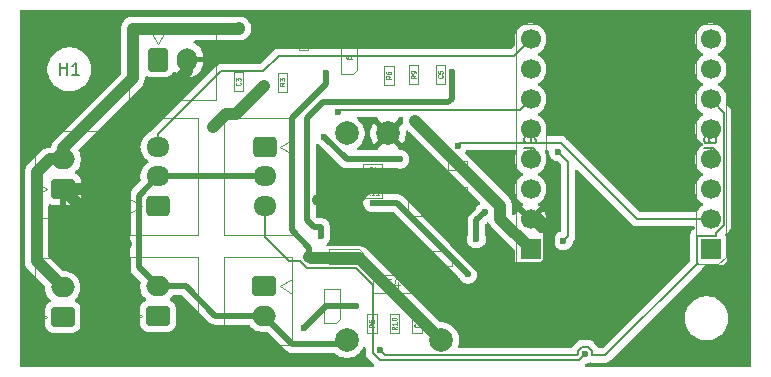
<source format=gbr>
%TF.GenerationSoftware,KiCad,Pcbnew,9.0.3*%
%TF.CreationDate,2025-08-24T20:12:34+09:00*%
%TF.ProjectId,mirror_Shooter_v2,6d697272-6f72-45f5-9368-6f6f7465725f,rev?*%
%TF.SameCoordinates,Original*%
%TF.FileFunction,Copper,L2,Bot*%
%TF.FilePolarity,Positive*%
%FSLAX46Y46*%
G04 Gerber Fmt 4.6, Leading zero omitted, Abs format (unit mm)*
G04 Created by KiCad (PCBNEW 9.0.3) date 2025-08-24 20:12:34*
%MOMM*%
%LPD*%
G01*
G04 APERTURE LIST*
G04 Aperture macros list*
%AMRoundRect*
0 Rectangle with rounded corners*
0 $1 Rounding radius*
0 $2 $3 $4 $5 $6 $7 $8 $9 X,Y pos of 4 corners*
0 Add a 4 corners polygon primitive as box body*
4,1,4,$2,$3,$4,$5,$6,$7,$8,$9,$2,$3,0*
0 Add four circle primitives for the rounded corners*
1,1,$1+$1,$2,$3*
1,1,$1+$1,$4,$5*
1,1,$1+$1,$6,$7*
1,1,$1+$1,$8,$9*
0 Add four rect primitives between the rounded corners*
20,1,$1+$1,$2,$3,$4,$5,0*
20,1,$1+$1,$4,$5,$6,$7,0*
20,1,$1+$1,$6,$7,$8,$9,0*
20,1,$1+$1,$8,$9,$2,$3,0*%
G04 Aperture macros list end*
%TA.AperFunction,ComponentPad*%
%ADD10RoundRect,0.250000X-0.725000X0.600000X-0.725000X-0.600000X0.725000X-0.600000X0.725000X0.600000X0*%
%TD*%
%TA.AperFunction,ComponentPad*%
%ADD11O,1.950000X1.700000*%
%TD*%
%TA.AperFunction,ComponentPad*%
%ADD12RoundRect,0.250000X0.725000X-0.600000X0.725000X0.600000X-0.725000X0.600000X-0.725000X-0.600000X0*%
%TD*%
%TA.AperFunction,ComponentPad*%
%ADD13C,2.000000*%
%TD*%
%TA.AperFunction,ComponentPad*%
%ADD14RoundRect,0.250000X0.750000X-0.600000X0.750000X0.600000X-0.750000X0.600000X-0.750000X-0.600000X0*%
%TD*%
%TA.AperFunction,ComponentPad*%
%ADD15O,2.000000X1.700000*%
%TD*%
%TA.AperFunction,ComponentPad*%
%ADD16RoundRect,0.250000X-0.600000X-0.750000X0.600000X-0.750000X0.600000X0.750000X-0.600000X0.750000X0*%
%TD*%
%TA.AperFunction,ComponentPad*%
%ADD17O,1.700000X2.000000*%
%TD*%
%TA.AperFunction,ComponentPad*%
%ADD18R,1.700000X1.700000*%
%TD*%
%TA.AperFunction,ComponentPad*%
%ADD19C,1.700000*%
%TD*%
%TA.AperFunction,ComponentPad*%
%ADD20RoundRect,0.250000X-0.750000X0.600000X-0.750000X-0.600000X0.750000X-0.600000X0.750000X0.600000X0*%
%TD*%
%TA.AperFunction,ViaPad*%
%ADD21C,0.600000*%
%TD*%
%TA.AperFunction,Conductor*%
%ADD22C,0.500000*%
%TD*%
%TA.AperFunction,Conductor*%
%ADD23C,1.000000*%
%TD*%
%TA.AperFunction,Conductor*%
%ADD24C,0.200000*%
%TD*%
%ADD25C,0.060000*%
%ADD26C,0.120000*%
%ADD27C,0.050000*%
%ADD28C,0.150000*%
%ADD29C,0.100000*%
G04 APERTURE END LIST*
D10*
%TO.P,J5,1,Pin_1*%
%TO.N,Net-(J5-Pin_1)*%
X136742200Y-97661600D03*
D11*
%TO.P,J5,2,Pin_2*%
%TO.N,GND*%
X136742200Y-100161600D03*
%TO.P,J5,3,Pin_3*%
%TO.N,/PWM2*%
X136742200Y-102661600D03*
%TD*%
D12*
%TO.P,J4,1,Pin_1*%
%TO.N,Net-(J4-Pin_1)*%
X127717200Y-102661600D03*
D11*
%TO.P,J4,2,Pin_2*%
%TO.N,GND*%
X127717200Y-100161600D03*
%TO.P,J4,3,Pin_3*%
%TO.N,/PWM1*%
X127717200Y-97661600D03*
%TD*%
D13*
%TO.P,J1,1,Pin_1*%
%TO.N,+5V*%
X151715800Y-114020000D03*
%TO.P,J1,2,Pin_2*%
%TO.N,GND*%
X143715800Y-114020000D03*
%TD*%
D14*
%TO.P,J6,1,Pin_1*%
%TO.N,Net-(J6-Pin_1)*%
X127717200Y-111961600D03*
D15*
%TO.P,J6,2,Pin_2*%
%TO.N,GND*%
X127717200Y-109461600D03*
%TD*%
D13*
%TO.P,J2,1,Pin_1*%
%TO.N,+3.3V*%
X143715800Y-96520000D03*
%TO.P,J2,2,Pin_2*%
%TO.N,GNDD*%
X147215800Y-96520000D03*
%TD*%
D14*
%TO.P,B+,1,Pin_1*%
%TO.N,+3.3V*%
X119660400Y-112046400D03*
D15*
%TO.P,B+,2,Pin_2*%
%TO.N,Net-(J10-Pin_2)*%
X119660400Y-109546400D03*
%TD*%
D16*
%TO.P,J3,1,Pin_1*%
%TO.N,/TACT*%
X127717200Y-90261600D03*
D17*
%TO.P,J3,2,Pin_2*%
%TO.N,GNDD*%
X130217200Y-90261600D03*
%TD*%
D18*
%TO.P,J9,1,Pin_1*%
%TO.N,+3.3V*%
X159273400Y-106324400D03*
D19*
%TO.P,J9,2,Pin_2*%
%TO.N,GNDD*%
X159273400Y-103784400D03*
%TO.P,J9,3,Pin_3*%
%TO.N,unconnected-(J9-Pin_3-Pad3)*%
X159273400Y-101244400D03*
%TO.P,J9,4,Pin_4*%
%TO.N,unconnected-(J9-Pin_4-Pad4)*%
X159273400Y-98704400D03*
%TO.P,J9,5,Pin_5*%
%TO.N,unconnected-(J9-Pin_5-Pad5)*%
X159273400Y-96164400D03*
%TO.P,J9,6,Pin_6*%
%TO.N,/TACT*%
X159273400Y-93624400D03*
%TO.P,J9,7,Pin_7*%
%TO.N,/PWM2*%
X159273400Y-91084400D03*
%TO.P,J9,8,Pin_8*%
%TO.N,/PWM1*%
X159273400Y-88544400D03*
%TD*%
D14*
%TO.P,J10,1,Pin_1*%
%TO.N,GNDD*%
X119692800Y-101223600D03*
D15*
%TO.P,J10,2,Pin_2*%
%TO.N,Net-(J10-Pin_2)*%
X119692800Y-98723600D03*
%TD*%
D20*
%TO.P,J7,1,Pin_1*%
%TO.N,Net-(J7-Pin_1)*%
X136717200Y-109461600D03*
D15*
%TO.P,J7,2,Pin_2*%
%TO.N,GND*%
X136717200Y-111961600D03*
%TD*%
D18*
%TO.P,J8,1,Pin_1*%
%TO.N,unconnected-(J8-Pin_1-Pad1)*%
X174523400Y-106324400D03*
D19*
%TO.P,J8,2,Pin_2*%
%TO.N,/ON1*%
X174523400Y-103784400D03*
%TO.P,J8,3,Pin_3*%
%TO.N,/ON2*%
X174523400Y-101244400D03*
%TO.P,J8,4,Pin_4*%
%TO.N,unconnected-(J8-Pin_4-Pad4)*%
X174523400Y-98704400D03*
%TO.P,J8,5,Pin_5*%
%TO.N,/ON3*%
X174523400Y-96164400D03*
%TO.P,J8,6,Pin_6*%
%TO.N,/ON4*%
X174523400Y-93624400D03*
%TO.P,J8,7,Pin_7*%
%TO.N,unconnected-(J8-Pin_7-Pad7)*%
X174523400Y-91084400D03*
%TO.P,J8,8,Pin_8*%
%TO.N,unconnected-(J8-Pin_8-Pad8)*%
X174523400Y-88544400D03*
%TD*%
D21*
%TO.N,Net-(J7-Pin_1)*%
X152603200Y-91313000D03*
X141528800Y-105232200D03*
%TO.N,Net-(J6-Pin_1)*%
X144449800Y-111125000D03*
X140106400Y-112953800D03*
%TO.N,+3.3V*%
X136677400Y-92506800D03*
X132410200Y-95935800D03*
X149479000Y-95427800D03*
%TO.N,+5V*%
X140665200Y-107086400D03*
X141909800Y-91414600D03*
%TO.N,Net-(J10-Pin_2)*%
X134594600Y-87630000D03*
%TO.N,Net-(J5-Pin_1)*%
X148200000Y-98700000D03*
X141800000Y-96800000D03*
%TO.N,GNDD*%
X138176000Y-87731600D03*
X141307956Y-102113600D03*
X125044200Y-105892600D03*
X134747000Y-89103200D03*
X150393400Y-98552000D03*
%TO.N,GND*%
X155371800Y-103200200D03*
X154686000Y-105460800D03*
X145923000Y-102412800D03*
X153974800Y-108432600D03*
%TO.N,/TACT*%
X143002000Y-94716600D03*
%TO.N,/PWM2*%
X162050000Y-105600000D03*
X163900000Y-115200000D03*
X161600000Y-98050000D03*
%TO.N,/ON1*%
X153082707Y-97617293D03*
%TO.N,/ON4*%
X146507200Y-114858800D03*
%TD*%
D22*
%TO.N,Net-(J7-Pin_1)*%
X140950000Y-104450200D02*
X140356956Y-103857156D01*
X152603200Y-93575600D02*
X152603200Y-91313000D01*
X141528800Y-104450200D02*
X140950000Y-104450200D01*
X152289400Y-93889400D02*
X152603200Y-93575600D01*
X140356956Y-95226762D02*
X141694318Y-93889400D01*
X141528800Y-105232200D02*
X141528800Y-104450200D01*
X141694318Y-93889400D02*
X152289400Y-93889400D01*
X140356956Y-103857156D02*
X140356956Y-95226762D01*
%TO.N,Net-(J6-Pin_1)*%
X141935200Y-111125000D02*
X140106400Y-112953800D01*
X144449800Y-111125000D02*
X141935200Y-111125000D01*
D23*
%TO.N,+3.3V*%
X134315200Y-94869000D02*
X136677400Y-92506800D01*
X133477000Y-94869000D02*
X134315200Y-94869000D01*
X156684600Y-103735600D02*
X159273400Y-106324400D01*
X149479000Y-95427800D02*
X156684600Y-102633400D01*
X156684600Y-102633400D02*
X156684600Y-103735600D01*
X132410200Y-95935800D02*
X133477000Y-94869000D01*
D22*
%TO.N,+5V*%
X140527800Y-106212400D02*
X140527800Y-106949000D01*
X139039600Y-95199200D02*
X139039600Y-104724200D01*
X141909800Y-92329000D02*
X139039600Y-95199200D01*
D23*
X144782200Y-107086400D02*
X151715800Y-114020000D01*
D22*
X139039600Y-104724200D02*
X140527800Y-106212400D01*
D23*
X140665200Y-107086400D02*
X144782200Y-107086400D01*
D22*
X141909800Y-91414600D02*
X141909800Y-92329000D01*
D23*
X140527800Y-106949000D02*
X140665200Y-107086400D01*
%TO.N,Net-(J10-Pin_2)*%
X117449600Y-107335600D02*
X117449600Y-99822000D01*
X118548000Y-98723600D02*
X119692800Y-98723600D01*
X119692800Y-97757200D02*
X125600000Y-91850000D01*
X117449600Y-99822000D02*
X118548000Y-98723600D01*
X125600000Y-87650000D02*
X134574600Y-87650000D01*
X134574600Y-87650000D02*
X134594600Y-87630000D01*
X119692800Y-98723600D02*
X119692800Y-97757200D01*
X125600000Y-91850000D02*
X125600000Y-87650000D01*
X119660400Y-109546400D02*
X117449600Y-107335600D01*
D22*
%TO.N,Net-(J5-Pin_1)*%
X141800000Y-96800000D02*
X143700000Y-98700000D01*
X143700000Y-98700000D02*
X148200000Y-98700000D01*
D23*
%TO.N,GNDD*%
X157400000Y-107875400D02*
X160824400Y-107875400D01*
X160824400Y-104690400D02*
X159918400Y-103784400D01*
X154675400Y-110600000D02*
X157400000Y-107875400D01*
X119692800Y-101223600D02*
X119692800Y-101242800D01*
X159918400Y-103784400D02*
X159273400Y-103784400D01*
X127558800Y-92811600D02*
X128600200Y-92811600D01*
D24*
X119692800Y-101223600D02*
X119697400Y-101219000D01*
D23*
X160824400Y-107875400D02*
X160824400Y-104690400D01*
X119697400Y-101219000D02*
X124250000Y-101219000D01*
X150393400Y-103174800D02*
X155094000Y-107875400D01*
X141307956Y-102113600D02*
X143813600Y-102113600D01*
X155094000Y-107875400D02*
X157400000Y-107875400D01*
X143813600Y-102113600D02*
X152300000Y-110600000D01*
X134747000Y-89103200D02*
X136804400Y-89103200D01*
X119692800Y-101242800D02*
X124342600Y-105892600D01*
X128600200Y-92811600D02*
X130217200Y-91194600D01*
X136804400Y-89103200D02*
X138176000Y-87731600D01*
X124250000Y-96120400D02*
X127558800Y-92811600D01*
X152300000Y-110600000D02*
X154675400Y-110600000D01*
X130217200Y-91194600D02*
X130217200Y-90261600D01*
X150393400Y-98552000D02*
X150393400Y-103174800D01*
X124250000Y-101219000D02*
X124250000Y-96120400D01*
X124342600Y-105892600D02*
X125044200Y-105892600D01*
D22*
%TO.N,GND*%
X126100000Y-107844400D02*
X127717200Y-109461600D01*
X127717200Y-109461600D02*
X130086400Y-109461600D01*
X136717200Y-111961600D02*
X139106400Y-114350800D01*
X130086400Y-109461600D02*
X132586400Y-111961600D01*
X154686000Y-103886000D02*
X155371800Y-103200200D01*
X127717200Y-100161600D02*
X126100000Y-101778800D01*
X127717200Y-100161600D02*
X136742200Y-100161600D01*
X126100000Y-101778800D02*
X126100000Y-107844400D01*
D24*
X143385000Y-114350800D02*
X143715800Y-114020000D01*
D22*
X132586400Y-111961600D02*
X136717200Y-111961600D01*
X147955000Y-102412800D02*
X153974800Y-108432600D01*
X145923000Y-102412800D02*
X147955000Y-102412800D01*
X154686000Y-105460800D02*
X154686000Y-103886000D01*
X139106400Y-114350800D02*
X143385000Y-114350800D01*
D24*
%TO.N,/TACT*%
X158397800Y-94500000D02*
X159273400Y-93624400D01*
X143002000Y-94716600D02*
X143218600Y-94500000D01*
X143218600Y-94500000D02*
X158397800Y-94500000D01*
%TO.N,/PWM1*%
X136638800Y-91250000D02*
X137938800Y-89950000D01*
X157867800Y-89950000D02*
X159273400Y-88544400D01*
X133069415Y-91250000D02*
X136638800Y-91250000D01*
X137938800Y-89950000D02*
X157867800Y-89950000D01*
X127717200Y-97661600D02*
X127717200Y-96602215D01*
X127717200Y-96602215D02*
X133069415Y-91250000D01*
%TO.N,/PWM2*%
X145906200Y-109343186D02*
X144450414Y-107887400D01*
X145906200Y-115107743D02*
X145906200Y-109343186D01*
X139726800Y-107280785D02*
X138776785Y-107280785D01*
X138776785Y-107280785D02*
X136742200Y-105246200D01*
X162450000Y-98900000D02*
X161600000Y-98050000D01*
X162050000Y-105600000D02*
X162450000Y-105200000D01*
X146520457Y-115722000D02*
X145906200Y-115107743D01*
X163378000Y-115722000D02*
X163900000Y-115200000D01*
X144450414Y-107887400D02*
X140333414Y-107887400D01*
X162450000Y-105200000D02*
X162450000Y-98900000D01*
X136742200Y-105246200D02*
X136742200Y-102661600D01*
X146520457Y-115722000D02*
X163378000Y-115722000D01*
X140333414Y-107887400D02*
X139726800Y-107280785D01*
%TO.N,/ON1*%
X161815400Y-97315400D02*
X168284400Y-103784400D01*
X153082707Y-97555093D02*
X153322400Y-97315400D01*
X153082707Y-97617293D02*
X153082707Y-97555093D01*
X153322400Y-97315400D02*
X161815400Y-97315400D01*
X168284400Y-103784400D02*
X174523400Y-103784400D01*
%TO.N,/ON4*%
X175000160Y-105173400D02*
X175000160Y-104935400D01*
X165579000Y-115321000D02*
X173424600Y-107475400D01*
X146969400Y-115321000D02*
X163211900Y-115321000D01*
X146507200Y-114858800D02*
X146969400Y-115321000D01*
X163651057Y-114599000D02*
X164148943Y-114599000D01*
X173372400Y-107475400D02*
X173372400Y-105173400D01*
X163299000Y-114951057D02*
X163651057Y-114599000D01*
X173424600Y-107475400D02*
X173372400Y-107475400D01*
X173372400Y-105173400D02*
X175000160Y-105173400D01*
X175000160Y-104935400D02*
X175674400Y-104261160D01*
X164501000Y-114951057D02*
X164501000Y-115321000D01*
X175674400Y-104261160D02*
X175674400Y-94775400D01*
X163299000Y-115233900D02*
X163299000Y-114951057D01*
X164148943Y-114599000D02*
X164501000Y-114951057D01*
X175674400Y-94775400D02*
X174523400Y-93624400D01*
X163211900Y-115321000D02*
X163299000Y-115233900D01*
X164501000Y-115321000D02*
X165579000Y-115321000D01*
%TD*%
%TA.AperFunction,Conductor*%
%TO.N,GNDD*%
G36*
X177895439Y-86100285D02*
G01*
X177941194Y-86153089D01*
X177952400Y-86204600D01*
X177952400Y-116157200D01*
X177932715Y-116224239D01*
X177879911Y-116269994D01*
X177828400Y-116281200D01*
X163967397Y-116281200D01*
X163946151Y-116274961D01*
X163924063Y-116273382D01*
X163913279Y-116265309D01*
X163900358Y-116261515D01*
X163885858Y-116244781D01*
X163868130Y-116231510D01*
X163863422Y-116218889D01*
X163854603Y-116208711D01*
X163851451Y-116186793D01*
X163843713Y-116166046D01*
X163846575Y-116152885D01*
X163844659Y-116139553D01*
X163853858Y-116119409D01*
X163858565Y-116097773D01*
X163871833Y-116080047D01*
X163873684Y-116075997D01*
X163879716Y-116069519D01*
X163914661Y-116034574D01*
X163975984Y-116001089D01*
X163978151Y-116000638D01*
X164053052Y-115985738D01*
X164133497Y-115969737D01*
X164249950Y-115921501D01*
X164278622Y-115909625D01*
X164348091Y-115902156D01*
X164358163Y-115904409D01*
X164421943Y-115921500D01*
X165492331Y-115921500D01*
X165492347Y-115921501D01*
X165499943Y-115921501D01*
X165658054Y-115921501D01*
X165658057Y-115921501D01*
X165810785Y-115880577D01*
X165862879Y-115850500D01*
X165947716Y-115801520D01*
X166059520Y-115689716D01*
X166059520Y-115689714D01*
X166069724Y-115679511D01*
X166069728Y-115679506D01*
X169704123Y-112045111D01*
X172317300Y-112045111D01*
X172317300Y-112287688D01*
X172345226Y-112499815D01*
X172348962Y-112528189D01*
X172353347Y-112544554D01*
X172411747Y-112762504D01*
X172495927Y-112965731D01*
X172504576Y-112986612D01*
X172625864Y-113196689D01*
X172625866Y-113196692D01*
X172625867Y-113196693D01*
X172773533Y-113389136D01*
X172773539Y-113389143D01*
X172945056Y-113560660D01*
X172945062Y-113560665D01*
X173137511Y-113708336D01*
X173347588Y-113829624D01*
X173571700Y-113922454D01*
X173806011Y-113985238D01*
X173986386Y-114008984D01*
X174046511Y-114016900D01*
X174046512Y-114016900D01*
X174289089Y-114016900D01*
X174337188Y-114010567D01*
X174529589Y-113985238D01*
X174763900Y-113922454D01*
X174988012Y-113829624D01*
X175198089Y-113708336D01*
X175390538Y-113560665D01*
X175562065Y-113389138D01*
X175709736Y-113196689D01*
X175831024Y-112986612D01*
X175923854Y-112762500D01*
X175986638Y-112528189D01*
X176018300Y-112287688D01*
X176018300Y-112045112D01*
X175986638Y-111804611D01*
X175923854Y-111570300D01*
X175831024Y-111346188D01*
X175709736Y-111136111D01*
X175588217Y-110977744D01*
X175562066Y-110943663D01*
X175562060Y-110943656D01*
X175390543Y-110772139D01*
X175390536Y-110772133D01*
X175198093Y-110624467D01*
X175198092Y-110624466D01*
X175198089Y-110624464D01*
X174988012Y-110503176D01*
X174960314Y-110491703D01*
X174763904Y-110410347D01*
X174558329Y-110355263D01*
X174529589Y-110347562D01*
X174529588Y-110347561D01*
X174529585Y-110347561D01*
X174289089Y-110315900D01*
X174289088Y-110315900D01*
X174046512Y-110315900D01*
X174046511Y-110315900D01*
X173806014Y-110347561D01*
X173571695Y-110410347D01*
X173347594Y-110503173D01*
X173347585Y-110503177D01*
X173137506Y-110624467D01*
X172945063Y-110772133D01*
X172945056Y-110772139D01*
X172773539Y-110943656D01*
X172773533Y-110943663D01*
X172625867Y-111136106D01*
X172504577Y-111346185D01*
X172504573Y-111346194D01*
X172411747Y-111570295D01*
X172348961Y-111804614D01*
X172317300Y-112045111D01*
X169704123Y-112045111D01*
X173783106Y-107966128D01*
X173783111Y-107966124D01*
X173793314Y-107955920D01*
X173793316Y-107955920D01*
X173905120Y-107844116D01*
X173967021Y-107736900D01*
X173986727Y-107711219D01*
X173986728Y-107711218D01*
X174048051Y-107677733D01*
X174074409Y-107674899D01*
X175421271Y-107674899D01*
X175421272Y-107674899D01*
X175480883Y-107668491D01*
X175615731Y-107618196D01*
X175730946Y-107531946D01*
X175817196Y-107416731D01*
X175867491Y-107281883D01*
X175873900Y-107222273D01*
X175873899Y-105426528D01*
X175867491Y-105366917D01*
X175867339Y-105366510D01*
X175817197Y-105232071D01*
X175817195Y-105232068D01*
X175808780Y-105220827D01*
X175768361Y-105166835D01*
X175743945Y-105101374D01*
X175758796Y-105033101D01*
X175779945Y-105004848D01*
X176032906Y-104751888D01*
X176032911Y-104751884D01*
X176043114Y-104741680D01*
X176043116Y-104741680D01*
X176154920Y-104629876D01*
X176233977Y-104492944D01*
X176265359Y-104375823D01*
X176274900Y-104340218D01*
X176274900Y-104182103D01*
X176274900Y-94864460D01*
X176274901Y-94864447D01*
X176274901Y-94696345D01*
X176274901Y-94696343D01*
X176233977Y-94543615D01*
X176205039Y-94493495D01*
X176154920Y-94406684D01*
X176043116Y-94294880D01*
X176043115Y-94294879D01*
X176038785Y-94290549D01*
X176038774Y-94290539D01*
X175857157Y-94108922D01*
X175823672Y-94047599D01*
X175826907Y-93982923D01*
X175840646Y-93940643D01*
X175873900Y-93730687D01*
X175873900Y-93518113D01*
X175840646Y-93308157D01*
X175774957Y-93105988D01*
X175678451Y-92916584D01*
X175678449Y-92916581D01*
X175678448Y-92916579D01*
X175553509Y-92744613D01*
X175403186Y-92594290D01*
X175231220Y-92469351D01*
X175230515Y-92468991D01*
X175222454Y-92464885D01*
X175171659Y-92416912D01*
X175154863Y-92349092D01*
X175177399Y-92282956D01*
X175222454Y-92243915D01*
X175231216Y-92239451D01*
X175264921Y-92214963D01*
X175403186Y-92114509D01*
X175403188Y-92114506D01*
X175403192Y-92114504D01*
X175553504Y-91964192D01*
X175553506Y-91964188D01*
X175553509Y-91964186D01*
X175678448Y-91792220D01*
X175678447Y-91792220D01*
X175678451Y-91792216D01*
X175774957Y-91602812D01*
X175840646Y-91400643D01*
X175873900Y-91190687D01*
X175873900Y-90978113D01*
X175840646Y-90768157D01*
X175774957Y-90565988D01*
X175678451Y-90376584D01*
X175678449Y-90376581D01*
X175678448Y-90376579D01*
X175553509Y-90204613D01*
X175403186Y-90054290D01*
X175231220Y-89929351D01*
X175230515Y-89928991D01*
X175222454Y-89924885D01*
X175171659Y-89876912D01*
X175154863Y-89809092D01*
X175177399Y-89742956D01*
X175222454Y-89703915D01*
X175231216Y-89699451D01*
X175253189Y-89683486D01*
X175403186Y-89574509D01*
X175403188Y-89574506D01*
X175403192Y-89574504D01*
X175553504Y-89424192D01*
X175553506Y-89424188D01*
X175553509Y-89424186D01*
X175678448Y-89252220D01*
X175678447Y-89252220D01*
X175678451Y-89252216D01*
X175774957Y-89062812D01*
X175840646Y-88860643D01*
X175873900Y-88650687D01*
X175873900Y-88438113D01*
X175840646Y-88228157D01*
X175774957Y-88025988D01*
X175678451Y-87836584D01*
X175678449Y-87836581D01*
X175678448Y-87836579D01*
X175553509Y-87664613D01*
X175403186Y-87514290D01*
X175231220Y-87389351D01*
X175041814Y-87292844D01*
X175041813Y-87292843D01*
X175041812Y-87292843D01*
X174839643Y-87227154D01*
X174839641Y-87227153D01*
X174839640Y-87227153D01*
X174678357Y-87201608D01*
X174629687Y-87193900D01*
X174417113Y-87193900D01*
X174368442Y-87201608D01*
X174207160Y-87227153D01*
X174004985Y-87292844D01*
X173815579Y-87389351D01*
X173643613Y-87514290D01*
X173493290Y-87664613D01*
X173368351Y-87836579D01*
X173271844Y-88025985D01*
X173206153Y-88228160D01*
X173172900Y-88438113D01*
X173172900Y-88650686D01*
X173205371Y-88855703D01*
X173206154Y-88860643D01*
X173265387Y-89042944D01*
X173271844Y-89062814D01*
X173368351Y-89252220D01*
X173493290Y-89424186D01*
X173643613Y-89574509D01*
X173815582Y-89699450D01*
X173824346Y-89703916D01*
X173875142Y-89751891D01*
X173891936Y-89819712D01*
X173869398Y-89885847D01*
X173824346Y-89924884D01*
X173815582Y-89929349D01*
X173643613Y-90054290D01*
X173493290Y-90204613D01*
X173368351Y-90376579D01*
X173271844Y-90565985D01*
X173206153Y-90768160D01*
X173172900Y-90978113D01*
X173172900Y-91190686D01*
X173204760Y-91391846D01*
X173206154Y-91400643D01*
X173260459Y-91567777D01*
X173271844Y-91602814D01*
X173368351Y-91792220D01*
X173493290Y-91964186D01*
X173643613Y-92114509D01*
X173815582Y-92239450D01*
X173824346Y-92243916D01*
X173875142Y-92291891D01*
X173891936Y-92359712D01*
X173869398Y-92425847D01*
X173824346Y-92464884D01*
X173815582Y-92469349D01*
X173643613Y-92594290D01*
X173493290Y-92744613D01*
X173368351Y-92916579D01*
X173271844Y-93105985D01*
X173206153Y-93308160D01*
X173172900Y-93518113D01*
X173172900Y-93730686D01*
X173206153Y-93940639D01*
X173206153Y-93940641D01*
X173206154Y-93940643D01*
X173260831Y-94108922D01*
X173271844Y-94142814D01*
X173368351Y-94332220D01*
X173493290Y-94504186D01*
X173643613Y-94654509D01*
X173815582Y-94779450D01*
X173824346Y-94783916D01*
X173875142Y-94831891D01*
X173891936Y-94899712D01*
X173869398Y-94965847D01*
X173824346Y-95004884D01*
X173815582Y-95009349D01*
X173643613Y-95134290D01*
X173493290Y-95284613D01*
X173368351Y-95456579D01*
X173271844Y-95645985D01*
X173271843Y-95645987D01*
X173271843Y-95645988D01*
X173206154Y-95848157D01*
X173172900Y-96058113D01*
X173172900Y-96270687D01*
X173173272Y-96273033D01*
X173201537Y-96451497D01*
X173206154Y-96480643D01*
X173271662Y-96682256D01*
X173271844Y-96682814D01*
X173368351Y-96872220D01*
X173493290Y-97044186D01*
X173643613Y-97194509D01*
X173815582Y-97319450D01*
X173824346Y-97323916D01*
X173875142Y-97371891D01*
X173891936Y-97439712D01*
X173869398Y-97505847D01*
X173824346Y-97544884D01*
X173815582Y-97549349D01*
X173643613Y-97674290D01*
X173493290Y-97824613D01*
X173368351Y-97996579D01*
X173271844Y-98185985D01*
X173271843Y-98185987D01*
X173271843Y-98185988D01*
X173254578Y-98239124D01*
X173206153Y-98388160D01*
X173193746Y-98466498D01*
X173172900Y-98598113D01*
X173172900Y-98810687D01*
X173175941Y-98829886D01*
X173203921Y-99006549D01*
X173206154Y-99020643D01*
X173264462Y-99200097D01*
X173271844Y-99222814D01*
X173368351Y-99412220D01*
X173493290Y-99584186D01*
X173643613Y-99734509D01*
X173815582Y-99859450D01*
X173824346Y-99863916D01*
X173875142Y-99911891D01*
X173891936Y-99979712D01*
X173869398Y-100045847D01*
X173824346Y-100084884D01*
X173815582Y-100089349D01*
X173643613Y-100214290D01*
X173493290Y-100364613D01*
X173368351Y-100536579D01*
X173271844Y-100725985D01*
X173206153Y-100928160D01*
X173172900Y-101138113D01*
X173172900Y-101350686D01*
X173201396Y-101530607D01*
X173206154Y-101560643D01*
X173265167Y-101742266D01*
X173271844Y-101762814D01*
X173368351Y-101952220D01*
X173493290Y-102124186D01*
X173643613Y-102274509D01*
X173815582Y-102399450D01*
X173824346Y-102403916D01*
X173875142Y-102451891D01*
X173891936Y-102519712D01*
X173869398Y-102585847D01*
X173824346Y-102624884D01*
X173815582Y-102629349D01*
X173643613Y-102754290D01*
X173493290Y-102904613D01*
X173368348Y-103076584D01*
X173368347Y-103076585D01*
X173348165Y-103116195D01*
X173300191Y-103166991D01*
X173237681Y-103183900D01*
X168584498Y-103183900D01*
X168517459Y-103164215D01*
X168496817Y-103147581D01*
X162302990Y-96953755D01*
X162302988Y-96953752D01*
X162184117Y-96834881D01*
X162184116Y-96834880D01*
X162085078Y-96777701D01*
X162085077Y-96777700D01*
X162047188Y-96755825D01*
X162047185Y-96755823D01*
X162047184Y-96755822D01*
X162047183Y-96755822D01*
X161991281Y-96740843D01*
X161894457Y-96714899D01*
X161736343Y-96714899D01*
X161728747Y-96714899D01*
X161728731Y-96714900D01*
X160685202Y-96714900D01*
X160618163Y-96695215D01*
X160572408Y-96642411D01*
X160562464Y-96573253D01*
X160567271Y-96552582D01*
X160575493Y-96527278D01*
X160590646Y-96480643D01*
X160623900Y-96270687D01*
X160623900Y-96058113D01*
X160590646Y-95848157D01*
X160524957Y-95645988D01*
X160428451Y-95456584D01*
X160428449Y-95456581D01*
X160428448Y-95456579D01*
X160303509Y-95284613D01*
X160153186Y-95134290D01*
X159981220Y-95009351D01*
X159980515Y-95008991D01*
X159972454Y-95004885D01*
X159921659Y-94956912D01*
X159904863Y-94889092D01*
X159927399Y-94822956D01*
X159972454Y-94783915D01*
X159981216Y-94779451D01*
X160073520Y-94712389D01*
X160153186Y-94654509D01*
X160153188Y-94654506D01*
X160153192Y-94654504D01*
X160303504Y-94504192D01*
X160303506Y-94504188D01*
X160303509Y-94504186D01*
X160428448Y-94332220D01*
X160428447Y-94332220D01*
X160428451Y-94332216D01*
X160524957Y-94142812D01*
X160590646Y-93940643D01*
X160623900Y-93730687D01*
X160623900Y-93518113D01*
X160590646Y-93308157D01*
X160524957Y-93105988D01*
X160428451Y-92916584D01*
X160428449Y-92916581D01*
X160428448Y-92916579D01*
X160303509Y-92744613D01*
X160153186Y-92594290D01*
X159981220Y-92469351D01*
X159980515Y-92468991D01*
X159972454Y-92464885D01*
X159921659Y-92416912D01*
X159904863Y-92349092D01*
X159927399Y-92282956D01*
X159972454Y-92243915D01*
X159981216Y-92239451D01*
X160014921Y-92214963D01*
X160153186Y-92114509D01*
X160153188Y-92114506D01*
X160153192Y-92114504D01*
X160303504Y-91964192D01*
X160303506Y-91964188D01*
X160303509Y-91964186D01*
X160428448Y-91792220D01*
X160428447Y-91792220D01*
X160428451Y-91792216D01*
X160524957Y-91602812D01*
X160590646Y-91400643D01*
X160623900Y-91190687D01*
X160623900Y-90978113D01*
X160590646Y-90768157D01*
X160524957Y-90565988D01*
X160428451Y-90376584D01*
X160428449Y-90376581D01*
X160428448Y-90376579D01*
X160303509Y-90204613D01*
X160153186Y-90054290D01*
X159981220Y-89929351D01*
X159980515Y-89928991D01*
X159972454Y-89924885D01*
X159921659Y-89876912D01*
X159904863Y-89809092D01*
X159927399Y-89742956D01*
X159972454Y-89703915D01*
X159981216Y-89699451D01*
X160003189Y-89683486D01*
X160153186Y-89574509D01*
X160153188Y-89574506D01*
X160153192Y-89574504D01*
X160303504Y-89424192D01*
X160303506Y-89424188D01*
X160303509Y-89424186D01*
X160428448Y-89252220D01*
X160428447Y-89252220D01*
X160428451Y-89252216D01*
X160524957Y-89062812D01*
X160590646Y-88860643D01*
X160623900Y-88650687D01*
X160623900Y-88438113D01*
X160590646Y-88228157D01*
X160524957Y-88025988D01*
X160428451Y-87836584D01*
X160428449Y-87836581D01*
X160428448Y-87836579D01*
X160303509Y-87664613D01*
X160153186Y-87514290D01*
X159981220Y-87389351D01*
X159791814Y-87292844D01*
X159791813Y-87292843D01*
X159791812Y-87292843D01*
X159589643Y-87227154D01*
X159589641Y-87227153D01*
X159589640Y-87227153D01*
X159428357Y-87201608D01*
X159379687Y-87193900D01*
X159167113Y-87193900D01*
X159118442Y-87201608D01*
X158957160Y-87227153D01*
X158754985Y-87292844D01*
X158565579Y-87389351D01*
X158393613Y-87514290D01*
X158243290Y-87664613D01*
X158118351Y-87836579D01*
X158021844Y-88025985D01*
X157956153Y-88228160D01*
X157922900Y-88438113D01*
X157922900Y-88650686D01*
X157956154Y-88860644D01*
X157956154Y-88860647D01*
X157969891Y-88902923D01*
X157971886Y-88972764D01*
X157939641Y-89028922D01*
X157655382Y-89313182D01*
X157594062Y-89346666D01*
X157567703Y-89349500D01*
X138025470Y-89349500D01*
X138025454Y-89349499D01*
X138017858Y-89349499D01*
X137859743Y-89349499D01*
X137783379Y-89369961D01*
X137707014Y-89390423D01*
X137707009Y-89390426D01*
X137570090Y-89469475D01*
X137570082Y-89469481D01*
X136426384Y-90613181D01*
X136365061Y-90646666D01*
X136338703Y-90649500D01*
X133156084Y-90649500D01*
X133156068Y-90649499D01*
X133148472Y-90649499D01*
X132990358Y-90649499D01*
X132883002Y-90678265D01*
X132837625Y-90690424D01*
X132837624Y-90690425D01*
X132787511Y-90719359D01*
X132787510Y-90719360D01*
X132773368Y-90727525D01*
X132700700Y-90769479D01*
X132700697Y-90769481D01*
X127236681Y-96233497D01*
X127236677Y-96233502D01*
X127191878Y-96311097D01*
X127191877Y-96311101D01*
X127172629Y-96344439D01*
X127122061Y-96392654D01*
X127103563Y-96400368D01*
X127073786Y-96410043D01*
X126884379Y-96506551D01*
X126712413Y-96631490D01*
X126562090Y-96781813D01*
X126437151Y-96953779D01*
X126340644Y-97143185D01*
X126274953Y-97345360D01*
X126255340Y-97469192D01*
X126241700Y-97555313D01*
X126241700Y-97767887D01*
X126244195Y-97783637D01*
X126271921Y-97958697D01*
X126274954Y-97977843D01*
X126338733Y-98174135D01*
X126340644Y-98180014D01*
X126437151Y-98369420D01*
X126562090Y-98541386D01*
X126712409Y-98691705D01*
X126712414Y-98691709D01*
X126876993Y-98811282D01*
X126919659Y-98866611D01*
X126925638Y-98936225D01*
X126893033Y-98998020D01*
X126876993Y-99011918D01*
X126712414Y-99131490D01*
X126712409Y-99131494D01*
X126562090Y-99281813D01*
X126437151Y-99453779D01*
X126340644Y-99643185D01*
X126274953Y-99845360D01*
X126241700Y-100055313D01*
X126241700Y-100267886D01*
X126273907Y-100471237D01*
X126264952Y-100540531D01*
X126239115Y-100578316D01*
X125517050Y-101300380D01*
X125517044Y-101300388D01*
X125467812Y-101374068D01*
X125467813Y-101374069D01*
X125434921Y-101423296D01*
X125434914Y-101423308D01*
X125378342Y-101559886D01*
X125378340Y-101559892D01*
X125349500Y-101704879D01*
X125349500Y-101704882D01*
X125349500Y-107918318D01*
X125349500Y-107918320D01*
X125349499Y-107918320D01*
X125378340Y-108063307D01*
X125378343Y-108063317D01*
X125434914Y-108199892D01*
X125449840Y-108222230D01*
X125449841Y-108222233D01*
X125517046Y-108322814D01*
X125517052Y-108322821D01*
X126218204Y-109023971D01*
X126251689Y-109085294D01*
X126249924Y-109140333D01*
X126251092Y-109140614D01*
X126249954Y-109145353D01*
X126216700Y-109355313D01*
X126216700Y-109567887D01*
X126249954Y-109777843D01*
X126277507Y-109862643D01*
X126315644Y-109980014D01*
X126412151Y-110169420D01*
X126537090Y-110341386D01*
X126675905Y-110480201D01*
X126709390Y-110541524D01*
X126704406Y-110611216D01*
X126662534Y-110667149D01*
X126653321Y-110673421D01*
X126498542Y-110768889D01*
X126374489Y-110892942D01*
X126282387Y-111042263D01*
X126282386Y-111042266D01*
X126227201Y-111208803D01*
X126227201Y-111208804D01*
X126227200Y-111208804D01*
X126216700Y-111311583D01*
X126216700Y-112611601D01*
X126216701Y-112611618D01*
X126227200Y-112714396D01*
X126227201Y-112714399D01*
X126269282Y-112841388D01*
X126282386Y-112880934D01*
X126374488Y-113030256D01*
X126498544Y-113154312D01*
X126647866Y-113246414D01*
X126814403Y-113301599D01*
X126917191Y-113312100D01*
X128517208Y-113312099D01*
X128619997Y-113301599D01*
X128786534Y-113246414D01*
X128935856Y-113154312D01*
X129059912Y-113030256D01*
X129152014Y-112880934D01*
X129207199Y-112714397D01*
X129217700Y-112611609D01*
X129217699Y-111311592D01*
X129215861Y-111293603D01*
X129207199Y-111208803D01*
X129207198Y-111208800D01*
X129183111Y-111136111D01*
X129152014Y-111042266D01*
X129059912Y-110892944D01*
X128935856Y-110768888D01*
X128786534Y-110676786D01*
X128786533Y-110676785D01*
X128781078Y-110673421D01*
X128734354Y-110621473D01*
X128723131Y-110552510D01*
X128750975Y-110488428D01*
X128758472Y-110480223D01*
X128897304Y-110341392D01*
X128922888Y-110306177D01*
X128954103Y-110263215D01*
X129009433Y-110220549D01*
X129054421Y-110212100D01*
X129724170Y-110212100D01*
X129791209Y-110231785D01*
X129811851Y-110248419D01*
X132107986Y-112544554D01*
X132137458Y-112564245D01*
X132181670Y-112593786D01*
X132230905Y-112626684D01*
X132230906Y-112626684D01*
X132230907Y-112626685D01*
X132230909Y-112626686D01*
X132367482Y-112683256D01*
X132367487Y-112683258D01*
X132367491Y-112683258D01*
X132367492Y-112683259D01*
X132512479Y-112712100D01*
X132512482Y-112712100D01*
X132512483Y-112712100D01*
X132660317Y-112712100D01*
X135379979Y-112712100D01*
X135447018Y-112731785D01*
X135480297Y-112763215D01*
X135537092Y-112841388D01*
X135687413Y-112991709D01*
X135859379Y-113116648D01*
X135859381Y-113116649D01*
X135859384Y-113116651D01*
X136048788Y-113213157D01*
X136250957Y-113278846D01*
X136460913Y-113312100D01*
X136460914Y-113312100D01*
X136954970Y-113312100D01*
X137022009Y-113331785D01*
X137042651Y-113348419D01*
X138627978Y-114933747D01*
X138627985Y-114933753D01*
X138700265Y-114982048D01*
X138700267Y-114982049D01*
X138700270Y-114982051D01*
X138750905Y-115015884D01*
X138750906Y-115015884D01*
X138750907Y-115015885D01*
X138887482Y-115072456D01*
X138887487Y-115072458D01*
X138887491Y-115072458D01*
X138887492Y-115072459D01*
X139032479Y-115101300D01*
X139032482Y-115101300D01*
X139032483Y-115101300D01*
X139180317Y-115101300D01*
X142623711Y-115101300D01*
X142690750Y-115120985D01*
X142711392Y-115137619D01*
X142738290Y-115164517D01*
X142929367Y-115303343D01*
X143000384Y-115339528D01*
X143139803Y-115410566D01*
X143139805Y-115410566D01*
X143139808Y-115410568D01*
X143260212Y-115449689D01*
X143364431Y-115483553D01*
X143597703Y-115520500D01*
X143597708Y-115520500D01*
X143833897Y-115520500D01*
X144067168Y-115483553D01*
X144089001Y-115476459D01*
X144291792Y-115410568D01*
X144502233Y-115303343D01*
X144693310Y-115164517D01*
X144860317Y-114997510D01*
X144999143Y-114806433D01*
X145071215Y-114664982D01*
X145119189Y-114614187D01*
X145187010Y-114597392D01*
X145253145Y-114619929D01*
X145296597Y-114674644D01*
X145305700Y-114721278D01*
X145305700Y-115021073D01*
X145305699Y-115021091D01*
X145305699Y-115186797D01*
X145305698Y-115186797D01*
X145346623Y-115339528D01*
X145360796Y-115364076D01*
X145360795Y-115364076D01*
X145360796Y-115364077D01*
X145425675Y-115476452D01*
X145425681Y-115476460D01*
X145544549Y-115595328D01*
X145544555Y-115595333D01*
X146018740Y-116069519D01*
X146052225Y-116130842D01*
X146047241Y-116200534D01*
X146005369Y-116256467D01*
X145939905Y-116280884D01*
X145931059Y-116281200D01*
X116125800Y-116281200D01*
X116058761Y-116261515D01*
X116013006Y-116208711D01*
X116001800Y-116157200D01*
X116001800Y-99723455D01*
X116449100Y-99723455D01*
X116449100Y-99723459D01*
X116449100Y-107434141D01*
X116464701Y-107512570D01*
X116487549Y-107627436D01*
X116496689Y-107649501D01*
X116500341Y-107658319D01*
X116500342Y-107658321D01*
X116562964Y-107809507D01*
X116562971Y-107809520D01*
X116672459Y-107973380D01*
X116672460Y-107973381D01*
X116672461Y-107973382D01*
X116811818Y-108112739D01*
X116811819Y-108112739D01*
X116818886Y-108119806D01*
X116818885Y-108119806D01*
X116818889Y-108119809D01*
X118123581Y-109424501D01*
X118157066Y-109485824D01*
X118159900Y-109512182D01*
X118159900Y-109652687D01*
X118193154Y-109862643D01*
X118231290Y-109980014D01*
X118258844Y-110064814D01*
X118355351Y-110254220D01*
X118480290Y-110426186D01*
X118619105Y-110565001D01*
X118652590Y-110626324D01*
X118647606Y-110696016D01*
X118605734Y-110751949D01*
X118596521Y-110758221D01*
X118441742Y-110853689D01*
X118317689Y-110977742D01*
X118225587Y-111127063D01*
X118225585Y-111127068D01*
X118209775Y-111174781D01*
X118170401Y-111293603D01*
X118170401Y-111293604D01*
X118170400Y-111293604D01*
X118159900Y-111396383D01*
X118159900Y-112696401D01*
X118159901Y-112696418D01*
X118170400Y-112799196D01*
X118170401Y-112799199D01*
X118225585Y-112965731D01*
X118225587Y-112965736D01*
X118238465Y-112986614D01*
X118317688Y-113115056D01*
X118441744Y-113239112D01*
X118591066Y-113331214D01*
X118757603Y-113386399D01*
X118860391Y-113396900D01*
X120460408Y-113396899D01*
X120563197Y-113386399D01*
X120729734Y-113331214D01*
X120879056Y-113239112D01*
X121003112Y-113115056D01*
X121095214Y-112965734D01*
X121150399Y-112799197D01*
X121160900Y-112696409D01*
X121160899Y-111396392D01*
X121152236Y-111311591D01*
X121150399Y-111293603D01*
X121150398Y-111293600D01*
X121137204Y-111253784D01*
X121095214Y-111127066D01*
X121003112Y-110977744D01*
X120879056Y-110853688D01*
X120729734Y-110761586D01*
X120729733Y-110761585D01*
X120724278Y-110758221D01*
X120677554Y-110706273D01*
X120666331Y-110637310D01*
X120694175Y-110573228D01*
X120701672Y-110565023D01*
X120840504Y-110426192D01*
X120857106Y-110403342D01*
X120965448Y-110254220D01*
X120965447Y-110254220D01*
X120965451Y-110254216D01*
X121061957Y-110064812D01*
X121127646Y-109862643D01*
X121160900Y-109652687D01*
X121160900Y-109440113D01*
X121127646Y-109230157D01*
X121061957Y-109027988D01*
X120965451Y-108838584D01*
X120965449Y-108838581D01*
X120965448Y-108838579D01*
X120840509Y-108666613D01*
X120690186Y-108516290D01*
X120518220Y-108391351D01*
X120328814Y-108294844D01*
X120328813Y-108294843D01*
X120328812Y-108294843D01*
X120126643Y-108229154D01*
X120126641Y-108229153D01*
X120126640Y-108229153D01*
X119941891Y-108199892D01*
X119916687Y-108195900D01*
X119916686Y-108195900D01*
X119776183Y-108195900D01*
X119709144Y-108176215D01*
X119688502Y-108159581D01*
X118486419Y-106957498D01*
X118452934Y-106896175D01*
X118450100Y-106869817D01*
X118450100Y-102621657D01*
X118469785Y-102554618D01*
X118522589Y-102508863D01*
X118591747Y-102498919D01*
X118616609Y-102506328D01*
X118616823Y-102505686D01*
X118790102Y-102563105D01*
X118790109Y-102563106D01*
X118892819Y-102573599D01*
X119442799Y-102573599D01*
X119442800Y-102573598D01*
X119442800Y-101656612D01*
X119499807Y-101689525D01*
X119626974Y-101723600D01*
X119758626Y-101723600D01*
X119885793Y-101689525D01*
X119942800Y-101656612D01*
X119942800Y-102573599D01*
X120492772Y-102573599D01*
X120492786Y-102573598D01*
X120595497Y-102563105D01*
X120761919Y-102507958D01*
X120761924Y-102507956D01*
X120911145Y-102415915D01*
X121035115Y-102291945D01*
X121127156Y-102142724D01*
X121127158Y-102142719D01*
X121182305Y-101976297D01*
X121182306Y-101976290D01*
X121192799Y-101873586D01*
X121192800Y-101873573D01*
X121192800Y-101473600D01*
X120125812Y-101473600D01*
X120158725Y-101416593D01*
X120192800Y-101289426D01*
X120192800Y-101157774D01*
X120158725Y-101030607D01*
X120125812Y-100973600D01*
X121192799Y-100973600D01*
X121192799Y-100573628D01*
X121192798Y-100573613D01*
X121182305Y-100470902D01*
X121127158Y-100304480D01*
X121127156Y-100304475D01*
X121035115Y-100155254D01*
X120911145Y-100031284D01*
X120756315Y-99935784D01*
X120709591Y-99883836D01*
X120698368Y-99814873D01*
X120726212Y-99750791D01*
X120733709Y-99742586D01*
X120872904Y-99603392D01*
X120892545Y-99576359D01*
X120997848Y-99431420D01*
X120997847Y-99431420D01*
X120997851Y-99431416D01*
X121094357Y-99242012D01*
X121160046Y-99039843D01*
X121193300Y-98829887D01*
X121193300Y-98617313D01*
X121160046Y-98407357D01*
X121094357Y-98205188D01*
X120997851Y-98015784D01*
X120997849Y-98015780D01*
X120997516Y-98015322D01*
X120997442Y-98015116D01*
X120995305Y-98011628D01*
X120996037Y-98011178D01*
X120974040Y-97949515D01*
X120989869Y-97881462D01*
X121010153Y-97854765D01*
X126377139Y-92487782D01*
X126381725Y-92480918D01*
X126383232Y-92478664D01*
X126433843Y-92402918D01*
X126486632Y-92323914D01*
X126562051Y-92141835D01*
X126564879Y-92127621D01*
X126567452Y-92114689D01*
X126600499Y-91948545D01*
X126600500Y-91948542D01*
X126600500Y-91796852D01*
X126620185Y-91729813D01*
X126672989Y-91684058D01*
X126742147Y-91674114D01*
X126789596Y-91691313D01*
X126797866Y-91696414D01*
X126964403Y-91751599D01*
X127067191Y-91762100D01*
X128367208Y-91762099D01*
X128469997Y-91751599D01*
X128636534Y-91696414D01*
X128785856Y-91604312D01*
X128909912Y-91480256D01*
X129002014Y-91330934D01*
X129002014Y-91330931D01*
X129005648Y-91325041D01*
X129057595Y-91278316D01*
X129126558Y-91267093D01*
X129190640Y-91294936D01*
X129198868Y-91302456D01*
X129337735Y-91441323D01*
X129337740Y-91441327D01*
X129509642Y-91566220D01*
X129698982Y-91662695D01*
X129901071Y-91728357D01*
X129967200Y-91738831D01*
X129967200Y-90694612D01*
X130024207Y-90727525D01*
X130151374Y-90761600D01*
X130283026Y-90761600D01*
X130410193Y-90727525D01*
X130467200Y-90694612D01*
X130467200Y-91738830D01*
X130533326Y-91728357D01*
X130533329Y-91728357D01*
X130735417Y-91662695D01*
X130924757Y-91566220D01*
X131096659Y-91441327D01*
X131096664Y-91441323D01*
X131246923Y-91291064D01*
X131246927Y-91291059D01*
X131371820Y-91119157D01*
X131468295Y-90929817D01*
X131533957Y-90727730D01*
X131533957Y-90727727D01*
X131567200Y-90517846D01*
X131567200Y-90511600D01*
X130650212Y-90511600D01*
X130683125Y-90454593D01*
X130717200Y-90327426D01*
X130717200Y-90195774D01*
X130683125Y-90068607D01*
X130650212Y-90011600D01*
X131567200Y-90011600D01*
X131567200Y-90005353D01*
X131533957Y-89795472D01*
X131533957Y-89795469D01*
X131468295Y-89593382D01*
X131371820Y-89404042D01*
X131246927Y-89232140D01*
X131246923Y-89232135D01*
X131096664Y-89081876D01*
X131096659Y-89081872D01*
X130924757Y-88956979D01*
X130783463Y-88884985D01*
X130732667Y-88837010D01*
X130715872Y-88769189D01*
X130738410Y-88703054D01*
X130793125Y-88659603D01*
X130839758Y-88650500D01*
X134673143Y-88650500D01*
X134706720Y-88643820D01*
X134809094Y-88623457D01*
X134866436Y-88612051D01*
X134919765Y-88589961D01*
X135048514Y-88536632D01*
X135212382Y-88427139D01*
X135351739Y-88287782D01*
X135351739Y-88287781D01*
X135371739Y-88267782D01*
X135481231Y-88103914D01*
X135556651Y-87921836D01*
X135595100Y-87728540D01*
X135595100Y-87531460D01*
X135595100Y-87531457D01*
X135595099Y-87531455D01*
X135591685Y-87514290D01*
X135556651Y-87338164D01*
X135481231Y-87156086D01*
X135481229Y-87156083D01*
X135481227Y-87156079D01*
X135371739Y-86992219D01*
X135371736Y-86992215D01*
X135232384Y-86852863D01*
X135232380Y-86852860D01*
X135068520Y-86743372D01*
X135068510Y-86743367D01*
X134886436Y-86667949D01*
X134886428Y-86667947D01*
X134693143Y-86629500D01*
X134693140Y-86629500D01*
X134496060Y-86629500D01*
X134496059Y-86629500D01*
X134447528Y-86639153D01*
X134407492Y-86647117D01*
X134383302Y-86649500D01*
X125501457Y-86649500D01*
X125308170Y-86687947D01*
X125308160Y-86687950D01*
X125126092Y-86763364D01*
X125126079Y-86763371D01*
X124962218Y-86872860D01*
X124962214Y-86872863D01*
X124822863Y-87012214D01*
X124822860Y-87012218D01*
X124713371Y-87176079D01*
X124713364Y-87176092D01*
X124637950Y-87358160D01*
X124637947Y-87358170D01*
X124599500Y-87551456D01*
X124599500Y-91384217D01*
X124579815Y-91451256D01*
X124563181Y-91471898D01*
X119055020Y-96980059D01*
X119055018Y-96980061D01*
X118990893Y-97044186D01*
X118915659Y-97119419D01*
X118806171Y-97283279D01*
X118806164Y-97283292D01*
X118767327Y-97377056D01*
X118767327Y-97377057D01*
X118730750Y-97465361D01*
X118730747Y-97465370D01*
X118724354Y-97497512D01*
X118699335Y-97623291D01*
X118686905Y-97647052D01*
X118677815Y-97672289D01*
X118670954Y-97677545D01*
X118666950Y-97685202D01*
X118643646Y-97698471D01*
X118622356Y-97714787D01*
X118611419Y-97716823D01*
X118606235Y-97719776D01*
X118587955Y-97722677D01*
X118582848Y-97723100D01*
X118449459Y-97723100D01*
X118361195Y-97740657D01*
X118354276Y-97742033D01*
X118354267Y-97742034D01*
X118256167Y-97761547D01*
X118256159Y-97761550D01*
X118202834Y-97783637D01*
X118202834Y-97783638D01*
X118157315Y-97802492D01*
X118074089Y-97836966D01*
X118074079Y-97836971D01*
X117910219Y-97946459D01*
X117868290Y-97988389D01*
X117770861Y-98085818D01*
X117770858Y-98085821D01*
X116811821Y-99044858D01*
X116811818Y-99044861D01*
X116775004Y-99081675D01*
X116672459Y-99184219D01*
X116562971Y-99348079D01*
X116562964Y-99348092D01*
X116523016Y-99444537D01*
X116523013Y-99444545D01*
X116520547Y-99450500D01*
X116487549Y-99530164D01*
X116468324Y-99626812D01*
X116467206Y-99632429D01*
X116467205Y-99632435D01*
X116449100Y-99723455D01*
X116001800Y-99723455D01*
X116001800Y-90963111D01*
X118367300Y-90963111D01*
X118367300Y-91205688D01*
X118398961Y-91446185D01*
X118461747Y-91680504D01*
X118509940Y-91796852D01*
X118554576Y-91904612D01*
X118675864Y-92114689D01*
X118675866Y-92114692D01*
X118675867Y-92114693D01*
X118823533Y-92307136D01*
X118823539Y-92307143D01*
X118995056Y-92478660D01*
X118995063Y-92478666D01*
X119006946Y-92487784D01*
X119187511Y-92626336D01*
X119397588Y-92747624D01*
X119621700Y-92840454D01*
X119856011Y-92903238D01*
X120036386Y-92926984D01*
X120096511Y-92934900D01*
X120096512Y-92934900D01*
X120339089Y-92934900D01*
X120397432Y-92927219D01*
X120579589Y-92903238D01*
X120813900Y-92840454D01*
X121038012Y-92747624D01*
X121248089Y-92626336D01*
X121440538Y-92478665D01*
X121612065Y-92307138D01*
X121759736Y-92114689D01*
X121881024Y-91904612D01*
X121973854Y-91680500D01*
X122036638Y-91446189D01*
X122068300Y-91205688D01*
X122068300Y-90963112D01*
X122036638Y-90722611D01*
X121973854Y-90488300D01*
X121881024Y-90264188D01*
X121759736Y-90054111D01*
X121683373Y-89954593D01*
X121612066Y-89861663D01*
X121612060Y-89861656D01*
X121440543Y-89690139D01*
X121440536Y-89690133D01*
X121248093Y-89542467D01*
X121248092Y-89542466D01*
X121248089Y-89542464D01*
X121043236Y-89424192D01*
X121038014Y-89421177D01*
X121038005Y-89421173D01*
X120813904Y-89328347D01*
X120579585Y-89265561D01*
X120339089Y-89233900D01*
X120339088Y-89233900D01*
X120096512Y-89233900D01*
X120096511Y-89233900D01*
X119856014Y-89265561D01*
X119621695Y-89328347D01*
X119397594Y-89421173D01*
X119397585Y-89421177D01*
X119187506Y-89542467D01*
X118995063Y-89690133D01*
X118995056Y-89690139D01*
X118823539Y-89861656D01*
X118823533Y-89861663D01*
X118675867Y-90054106D01*
X118554577Y-90264185D01*
X118554573Y-90264194D01*
X118461747Y-90488295D01*
X118398961Y-90722614D01*
X118367300Y-90963111D01*
X116001800Y-90963111D01*
X116001800Y-86204600D01*
X116021485Y-86137561D01*
X116074289Y-86091806D01*
X116125800Y-86080600D01*
X177828400Y-86080600D01*
X177895439Y-86100285D01*
G37*
%TD.AperFunction*%
%TA.AperFunction,Conductor*%
G36*
X148902834Y-96271113D02*
G01*
X148924976Y-96288697D01*
X154966386Y-102330106D01*
X154999871Y-102391429D01*
X154994887Y-102461121D01*
X154953015Y-102517054D01*
X154947597Y-102520888D01*
X154861513Y-102578408D01*
X154861507Y-102578413D01*
X154750013Y-102689907D01*
X154750007Y-102689915D01*
X154662407Y-102821018D01*
X154662406Y-102821019D01*
X154652605Y-102844680D01*
X154625727Y-102884903D01*
X154103049Y-103407581D01*
X154053812Y-103481271D01*
X154020921Y-103530496D01*
X154020914Y-103530508D01*
X153964342Y-103667086D01*
X153964340Y-103667092D01*
X153935500Y-103812079D01*
X153935500Y-105156196D01*
X153926062Y-105203644D01*
X153916263Y-105227303D01*
X153916262Y-105227306D01*
X153916260Y-105227311D01*
X153885500Y-105381953D01*
X153885500Y-105539646D01*
X153916261Y-105694289D01*
X153916264Y-105694301D01*
X153976602Y-105839972D01*
X153976609Y-105839985D01*
X154064210Y-105971088D01*
X154064213Y-105971092D01*
X154175707Y-106082586D01*
X154175711Y-106082589D01*
X154306814Y-106170190D01*
X154306827Y-106170197D01*
X154431376Y-106221786D01*
X154452503Y-106230537D01*
X154607153Y-106261299D01*
X154607156Y-106261300D01*
X154607158Y-106261300D01*
X154764844Y-106261300D01*
X154764845Y-106261299D01*
X154919497Y-106230537D01*
X155065179Y-106170194D01*
X155196289Y-106082589D01*
X155307789Y-105971089D01*
X155395394Y-105839979D01*
X155455737Y-105694297D01*
X155486500Y-105539642D01*
X155486500Y-105381958D01*
X155486500Y-105381955D01*
X155486499Y-105381953D01*
X155455739Y-105227311D01*
X155455738Y-105227308D01*
X155455737Y-105227303D01*
X155445937Y-105203644D01*
X155436500Y-105156196D01*
X155436500Y-104248228D01*
X155445143Y-104218791D01*
X155451667Y-104188802D01*
X155455422Y-104183784D01*
X155456185Y-104181189D01*
X155472810Y-104160556D01*
X155557171Y-104076194D01*
X155618489Y-104042713D01*
X155688181Y-104047697D01*
X155744115Y-104089568D01*
X155759409Y-104116426D01*
X155797966Y-104209510D01*
X155797971Y-104209520D01*
X155907460Y-104373381D01*
X155907463Y-104373385D01*
X156051137Y-104517059D01*
X156051159Y-104517079D01*
X157886581Y-106352501D01*
X157920066Y-106413824D01*
X157922900Y-106440182D01*
X157922900Y-107222270D01*
X157922901Y-107222276D01*
X157929308Y-107281883D01*
X157979602Y-107416728D01*
X157979606Y-107416735D01*
X158065852Y-107531944D01*
X158065855Y-107531947D01*
X158181064Y-107618193D01*
X158181071Y-107618197D01*
X158315917Y-107668491D01*
X158315916Y-107668491D01*
X158322844Y-107669235D01*
X158375527Y-107674900D01*
X160171272Y-107674899D01*
X160230883Y-107668491D01*
X160365731Y-107618196D01*
X160480946Y-107531946D01*
X160567196Y-107416731D01*
X160617491Y-107281883D01*
X160623900Y-107222273D01*
X160623899Y-105426528D01*
X160617491Y-105366917D01*
X160617339Y-105366510D01*
X160567197Y-105232071D01*
X160567193Y-105232064D01*
X160480947Y-105116855D01*
X160480944Y-105116852D01*
X160365735Y-105030606D01*
X160365728Y-105030602D01*
X160230882Y-104980308D01*
X160230883Y-104980308D01*
X160171283Y-104973901D01*
X160171281Y-104973900D01*
X160171273Y-104973900D01*
X160171265Y-104973900D01*
X160160709Y-104973900D01*
X160093670Y-104954215D01*
X160073028Y-104937581D01*
X159402808Y-104267362D01*
X159466393Y-104250325D01*
X159580407Y-104184499D01*
X159673499Y-104091407D01*
X159739325Y-103977393D01*
X159756362Y-103913809D01*
X160388670Y-104546117D01*
X160388670Y-104546116D01*
X160428022Y-104491954D01*
X160524495Y-104302617D01*
X160590157Y-104100530D01*
X160590157Y-104100527D01*
X160623400Y-103890646D01*
X160623400Y-103678153D01*
X160590157Y-103468272D01*
X160590157Y-103468269D01*
X160524495Y-103266182D01*
X160428024Y-103076849D01*
X160388670Y-103022682D01*
X160388669Y-103022682D01*
X159756362Y-103654990D01*
X159739325Y-103591407D01*
X159673499Y-103477393D01*
X159580407Y-103384301D01*
X159466393Y-103318475D01*
X159402809Y-103301437D01*
X160035116Y-102669128D01*
X159980947Y-102629773D01*
X159980947Y-102629772D01*
X159971900Y-102625163D01*
X159921106Y-102577188D01*
X159904312Y-102509366D01*
X159926851Y-102443232D01*
X159971908Y-102404193D01*
X159981216Y-102399451D01*
X160076662Y-102330106D01*
X160153186Y-102274509D01*
X160153188Y-102274506D01*
X160153192Y-102274504D01*
X160303504Y-102124192D01*
X160303506Y-102124188D01*
X160303509Y-102124186D01*
X160428448Y-101952220D01*
X160428447Y-101952220D01*
X160428451Y-101952216D01*
X160524957Y-101762812D01*
X160590646Y-101560643D01*
X160623900Y-101350687D01*
X160623900Y-101138113D01*
X160590646Y-100928157D01*
X160524957Y-100725988D01*
X160428451Y-100536584D01*
X160428449Y-100536581D01*
X160428448Y-100536579D01*
X160303509Y-100364613D01*
X160153186Y-100214290D01*
X159981220Y-100089351D01*
X159980515Y-100088991D01*
X159972454Y-100084885D01*
X159921659Y-100036912D01*
X159904863Y-99969092D01*
X159927399Y-99902956D01*
X159972454Y-99863915D01*
X159981216Y-99859451D01*
X160042573Y-99814873D01*
X160153186Y-99734509D01*
X160153188Y-99734506D01*
X160153192Y-99734504D01*
X160303504Y-99584192D01*
X160303506Y-99584188D01*
X160303509Y-99584186D01*
X160428448Y-99412220D01*
X160428447Y-99412220D01*
X160428451Y-99412216D01*
X160524957Y-99222812D01*
X160590646Y-99020643D01*
X160623900Y-98810687D01*
X160623900Y-98598113D01*
X160590646Y-98388157D01*
X160524957Y-98185988D01*
X160479204Y-98096194D01*
X160478696Y-98093489D01*
X160476896Y-98091411D01*
X160472287Y-98059361D01*
X160466309Y-98027526D01*
X160467343Y-98024976D01*
X160466952Y-98022253D01*
X160480405Y-97992794D01*
X160492585Y-97962785D01*
X160494834Y-97961199D01*
X160495977Y-97958697D01*
X160523214Y-97941192D01*
X160549691Y-97922528D01*
X160553149Y-97921954D01*
X160554755Y-97920923D01*
X160589690Y-97915900D01*
X160675500Y-97915900D01*
X160742539Y-97935585D01*
X160788294Y-97988389D01*
X160799500Y-98039900D01*
X160799500Y-98128846D01*
X160830261Y-98283489D01*
X160830264Y-98283501D01*
X160890602Y-98429172D01*
X160890609Y-98429185D01*
X160978210Y-98560288D01*
X160978213Y-98560292D01*
X161089707Y-98671786D01*
X161089711Y-98671789D01*
X161220814Y-98759390D01*
X161220827Y-98759397D01*
X161366498Y-98819735D01*
X161366503Y-98819737D01*
X161431147Y-98832595D01*
X161521849Y-98850638D01*
X161583760Y-98883023D01*
X161585339Y-98884574D01*
X161813181Y-99112416D01*
X161846666Y-99173739D01*
X161849500Y-99200097D01*
X161849500Y-104733740D01*
X161829815Y-104800779D01*
X161777011Y-104846534D01*
X161772953Y-104848301D01*
X161670824Y-104890604D01*
X161670814Y-104890609D01*
X161539711Y-104978210D01*
X161539707Y-104978213D01*
X161428213Y-105089707D01*
X161428210Y-105089711D01*
X161340609Y-105220814D01*
X161340602Y-105220827D01*
X161280264Y-105366498D01*
X161280261Y-105366510D01*
X161249500Y-105521153D01*
X161249500Y-105678846D01*
X161280261Y-105833489D01*
X161280264Y-105833501D01*
X161340602Y-105979172D01*
X161340609Y-105979185D01*
X161428210Y-106110288D01*
X161428213Y-106110292D01*
X161539707Y-106221786D01*
X161539711Y-106221789D01*
X161670814Y-106309390D01*
X161670827Y-106309397D01*
X161774891Y-106352501D01*
X161816503Y-106369737D01*
X161971153Y-106400499D01*
X161971156Y-106400500D01*
X161971158Y-106400500D01*
X162128844Y-106400500D01*
X162128845Y-106400499D01*
X162283497Y-106369737D01*
X162429179Y-106309394D01*
X162560289Y-106221789D01*
X162671789Y-106110289D01*
X162759394Y-105979179D01*
X162819737Y-105833497D01*
X162850500Y-105678842D01*
X162850500Y-105678840D01*
X162850637Y-105678152D01*
X162883021Y-105616241D01*
X162884516Y-105614719D01*
X162930520Y-105568716D01*
X163009577Y-105431784D01*
X163043249Y-105306118D01*
X163050500Y-105279058D01*
X163050500Y-105120943D01*
X163050500Y-99699097D01*
X163070185Y-99632058D01*
X163122989Y-99586303D01*
X163192147Y-99576359D01*
X163255703Y-99605384D01*
X163262180Y-99611415D01*
X167915684Y-104264920D01*
X167915686Y-104264921D01*
X167915690Y-104264924D01*
X168046105Y-104340218D01*
X168052616Y-104343977D01*
X168205343Y-104384901D01*
X168205345Y-104384901D01*
X168371054Y-104384901D01*
X168371070Y-104384900D01*
X173074348Y-104384900D01*
X173141387Y-104404585D01*
X173187142Y-104457389D01*
X173197086Y-104526547D01*
X173168061Y-104590103D01*
X173136347Y-104616287D01*
X173003690Y-104692875D01*
X173003682Y-104692881D01*
X172891881Y-104804682D01*
X172891875Y-104804690D01*
X172812826Y-104941609D01*
X172812823Y-104941616D01*
X172771900Y-105094343D01*
X172771900Y-107227503D01*
X172752215Y-107294542D01*
X172735581Y-107315184D01*
X165366584Y-114684181D01*
X165339656Y-114698884D01*
X165313838Y-114715477D01*
X165307637Y-114716368D01*
X165305261Y-114717666D01*
X165278903Y-114720500D01*
X165132877Y-114720500D01*
X165065838Y-114700815D01*
X165025490Y-114658500D01*
X164981520Y-114582341D01*
X164629464Y-114230285D01*
X164629463Y-114230284D01*
X164517659Y-114118480D01*
X164430847Y-114068360D01*
X164430847Y-114068359D01*
X164430843Y-114068358D01*
X164380728Y-114039423D01*
X164228000Y-113998499D01*
X164069886Y-113998499D01*
X164062290Y-113998499D01*
X164062274Y-113998500D01*
X163737727Y-113998500D01*
X163737711Y-113998499D01*
X163730115Y-113998499D01*
X163572000Y-113998499D01*
X163454495Y-114029985D01*
X163419268Y-114039424D01*
X163282344Y-114118477D01*
X163282339Y-114118481D01*
X162923217Y-114477603D01*
X162923214Y-114477605D01*
X162923215Y-114477606D01*
X162818478Y-114582342D01*
X162809790Y-114597392D01*
X162790420Y-114630944D01*
X162789003Y-114633398D01*
X162789002Y-114633399D01*
X162774510Y-114658500D01*
X162723943Y-114706715D01*
X162667123Y-114720500D01*
X153236584Y-114720500D01*
X153169545Y-114700815D01*
X153123790Y-114648011D01*
X153113846Y-114578853D01*
X153118651Y-114558187D01*
X153179353Y-114371368D01*
X153200633Y-114237011D01*
X153216300Y-114138097D01*
X153216300Y-113901902D01*
X153179353Y-113668631D01*
X153120301Y-113486890D01*
X153106368Y-113444008D01*
X153106366Y-113444005D01*
X153106366Y-113444003D01*
X153040324Y-113314389D01*
X152999143Y-113233567D01*
X152860317Y-113042490D01*
X152693310Y-112875483D01*
X152502233Y-112736657D01*
X152492671Y-112731785D01*
X152291796Y-112629433D01*
X152067168Y-112556446D01*
X151833897Y-112519500D01*
X151833892Y-112519500D01*
X151681582Y-112519500D01*
X151614543Y-112499815D01*
X151593901Y-112483181D01*
X145563679Y-106452959D01*
X145563659Y-106452937D01*
X145419985Y-106309263D01*
X145419981Y-106309260D01*
X145256120Y-106199771D01*
X145256107Y-106199764D01*
X145115967Y-106141717D01*
X145115963Y-106141716D01*
X145108158Y-106138483D01*
X145074036Y-106124349D01*
X144977388Y-106105124D01*
X144973718Y-106104394D01*
X144880744Y-106085900D01*
X144880741Y-106085900D01*
X142100783Y-106085900D01*
X142033744Y-106066215D01*
X141987989Y-106013411D01*
X141978045Y-105944253D01*
X142007070Y-105880697D01*
X142031893Y-105858797D01*
X142039089Y-105853989D01*
X142150589Y-105742489D01*
X142238194Y-105611379D01*
X142298537Y-105465697D01*
X142329300Y-105311042D01*
X142329300Y-105153358D01*
X142329300Y-105153355D01*
X142329299Y-105153353D01*
X142298539Y-104998711D01*
X142298538Y-104998708D01*
X142298537Y-104998703D01*
X142288737Y-104975044D01*
X142279300Y-104927596D01*
X142279300Y-104376279D01*
X142250459Y-104231292D01*
X142250458Y-104231291D01*
X142250458Y-104231287D01*
X142230782Y-104183784D01*
X142193887Y-104094711D01*
X142193880Y-104094698D01*
X142111751Y-103971784D01*
X142111748Y-103971780D01*
X142007219Y-103867251D01*
X142007215Y-103867248D01*
X141884301Y-103785119D01*
X141884288Y-103785112D01*
X141747717Y-103728543D01*
X141747707Y-103728540D01*
X141602720Y-103699700D01*
X141602718Y-103699700D01*
X141312230Y-103699700D01*
X141282789Y-103691055D01*
X141252803Y-103684532D01*
X141247787Y-103680777D01*
X141245191Y-103680015D01*
X141224549Y-103663381D01*
X141143775Y-103582607D01*
X141110290Y-103521284D01*
X141107456Y-103494926D01*
X141107456Y-102333953D01*
X145122500Y-102333953D01*
X145122500Y-102491646D01*
X145153261Y-102646289D01*
X145153264Y-102646301D01*
X145213602Y-102791972D01*
X145213609Y-102791985D01*
X145301210Y-102923088D01*
X145301213Y-102923092D01*
X145412707Y-103034586D01*
X145412711Y-103034589D01*
X145543814Y-103122190D01*
X145543827Y-103122197D01*
X145643060Y-103163300D01*
X145689503Y-103182537D01*
X145844153Y-103213299D01*
X145844156Y-103213300D01*
X145844158Y-103213300D01*
X146001844Y-103213300D01*
X146001845Y-103213299D01*
X146078152Y-103198120D01*
X146156488Y-103182539D01*
X146156489Y-103182538D01*
X146156497Y-103182537D01*
X146180155Y-103172737D01*
X146227604Y-103163300D01*
X147592770Y-103163300D01*
X147659809Y-103182985D01*
X147680451Y-103199619D01*
X153228727Y-108747895D01*
X153255607Y-108788123D01*
X153265404Y-108811775D01*
X153265409Y-108811785D01*
X153353010Y-108942888D01*
X153353013Y-108942892D01*
X153464507Y-109054386D01*
X153464511Y-109054389D01*
X153595614Y-109141990D01*
X153595627Y-109141997D01*
X153741298Y-109202335D01*
X153741303Y-109202337D01*
X153881163Y-109230157D01*
X153895953Y-109233099D01*
X153895956Y-109233100D01*
X153895958Y-109233100D01*
X154053644Y-109233100D01*
X154053645Y-109233099D01*
X154208297Y-109202337D01*
X154353979Y-109141994D01*
X154485089Y-109054389D01*
X154596589Y-108942889D01*
X154684194Y-108811779D01*
X154684272Y-108811592D01*
X154744535Y-108666101D01*
X154744537Y-108666097D01*
X154775300Y-108511442D01*
X154775300Y-108353758D01*
X154775300Y-108353755D01*
X154775299Y-108353753D01*
X154758418Y-108268888D01*
X154744537Y-108199103D01*
X154743210Y-108195900D01*
X154684197Y-108053427D01*
X154684190Y-108053414D01*
X154596589Y-107922311D01*
X154596586Y-107922307D01*
X154485092Y-107810813D01*
X154485088Y-107810810D01*
X154353985Y-107723209D01*
X154353975Y-107723204D01*
X154330323Y-107713407D01*
X154290095Y-107686527D01*
X148433421Y-101829852D01*
X148433414Y-101829846D01*
X148359729Y-101780612D01*
X148359729Y-101780613D01*
X148310491Y-101747713D01*
X148173917Y-101691143D01*
X148173907Y-101691140D01*
X148028920Y-101662300D01*
X148028918Y-101662300D01*
X146227604Y-101662300D01*
X146180155Y-101652862D01*
X146156497Y-101643063D01*
X146156493Y-101643062D01*
X146156488Y-101643060D01*
X146001845Y-101612300D01*
X146001842Y-101612300D01*
X145844158Y-101612300D01*
X145844155Y-101612300D01*
X145689510Y-101643061D01*
X145689498Y-101643064D01*
X145543827Y-101703402D01*
X145543814Y-101703409D01*
X145412711Y-101791010D01*
X145412707Y-101791013D01*
X145301213Y-101902507D01*
X145301210Y-101902511D01*
X145213609Y-102033614D01*
X145213602Y-102033627D01*
X145153264Y-102179298D01*
X145153261Y-102179310D01*
X145122500Y-102333953D01*
X141107456Y-102333953D01*
X141107456Y-97531998D01*
X141109652Y-97524517D01*
X141108388Y-97516825D01*
X141119357Y-97491467D01*
X141127141Y-97464959D01*
X141133032Y-97459854D01*
X141136128Y-97452698D01*
X141159067Y-97437294D01*
X141179945Y-97419204D01*
X141187660Y-97418094D01*
X141194134Y-97413748D01*
X141221756Y-97413192D01*
X141249103Y-97409260D01*
X141257962Y-97412463D01*
X141263989Y-97412342D01*
X141288529Y-97423515D01*
X141296383Y-97426355D01*
X141298396Y-97427592D01*
X141420821Y-97509394D01*
X141453566Y-97522957D01*
X141461949Y-97528109D01*
X141468217Y-97535055D01*
X141484703Y-97546071D01*
X143221578Y-99282947D01*
X143221585Y-99282953D01*
X143279704Y-99321786D01*
X143279706Y-99321787D01*
X143279709Y-99321789D01*
X143344505Y-99365084D01*
X143344506Y-99365084D01*
X143344507Y-99365085D01*
X143481082Y-99421656D01*
X143481087Y-99421658D01*
X143481091Y-99421658D01*
X143481092Y-99421659D01*
X143626079Y-99450500D01*
X143626082Y-99450500D01*
X143626083Y-99450500D01*
X143773918Y-99450500D01*
X147895396Y-99450500D01*
X147942844Y-99459937D01*
X147966503Y-99469737D01*
X147966508Y-99469738D01*
X147966511Y-99469739D01*
X148121153Y-99500499D01*
X148121156Y-99500500D01*
X148121158Y-99500500D01*
X148278844Y-99500500D01*
X148278845Y-99500499D01*
X148433497Y-99469737D01*
X148549576Y-99421656D01*
X148579172Y-99409397D01*
X148579172Y-99409396D01*
X148579179Y-99409394D01*
X148710289Y-99321789D01*
X148821789Y-99210289D01*
X148909394Y-99079179D01*
X148969737Y-98933497D01*
X149000500Y-98778842D01*
X149000500Y-98621158D01*
X149000500Y-98621155D01*
X149000499Y-98621153D01*
X148969738Y-98466510D01*
X148969737Y-98466503D01*
X148969735Y-98466498D01*
X148909397Y-98320827D01*
X148909390Y-98320814D01*
X148821789Y-98189711D01*
X148821786Y-98189707D01*
X148710292Y-98078213D01*
X148710288Y-98078210D01*
X148579185Y-97990609D01*
X148579172Y-97990602D01*
X148433501Y-97930264D01*
X148433489Y-97930261D01*
X148278845Y-97899500D01*
X148278842Y-97899500D01*
X148206704Y-97899500D01*
X148139665Y-97879815D01*
X148093910Y-97827011D01*
X148083086Y-97765771D01*
X148084905Y-97742658D01*
X147426858Y-97084612D01*
X147447391Y-97079111D01*
X147584208Y-97000119D01*
X147695919Y-96888408D01*
X147774911Y-96751591D01*
X147780412Y-96731059D01*
X148438458Y-97389105D01*
X148438458Y-97389104D01*
X148498714Y-97306169D01*
X148498718Y-97306163D01*
X148605902Y-97095802D01*
X148678865Y-96871247D01*
X148715800Y-96638052D01*
X148715800Y-96401954D01*
X148714822Y-96395781D01*
X148723775Y-96326487D01*
X148768769Y-96273033D01*
X148835519Y-96252391D01*
X148902834Y-96271113D01*
G37*
%TD.AperFunction*%
%TA.AperFunction,Conductor*%
G36*
X158024149Y-97935585D02*
G01*
X158069904Y-97988389D01*
X158079848Y-98057547D01*
X158067595Y-98096195D01*
X158021844Y-98185985D01*
X158021843Y-98185987D01*
X158021843Y-98185988D01*
X158004578Y-98239124D01*
X157956153Y-98388160D01*
X157943746Y-98466498D01*
X157922900Y-98598113D01*
X157922900Y-98810687D01*
X157925941Y-98829886D01*
X157953921Y-99006549D01*
X157956154Y-99020643D01*
X158014462Y-99200097D01*
X158021844Y-99222814D01*
X158118351Y-99412220D01*
X158243290Y-99584186D01*
X158393613Y-99734509D01*
X158565582Y-99859450D01*
X158574346Y-99863916D01*
X158625142Y-99911891D01*
X158641936Y-99979712D01*
X158619398Y-100045847D01*
X158574346Y-100084884D01*
X158565582Y-100089349D01*
X158393613Y-100214290D01*
X158243290Y-100364613D01*
X158118351Y-100536579D01*
X158021844Y-100725985D01*
X157956153Y-100928160D01*
X157922900Y-101138113D01*
X157922900Y-101350686D01*
X157951396Y-101530607D01*
X157956154Y-101560643D01*
X158015167Y-101742266D01*
X158021844Y-101762814D01*
X158118351Y-101952220D01*
X158243290Y-102124186D01*
X158393613Y-102274509D01*
X158565579Y-102399448D01*
X158565581Y-102399449D01*
X158565584Y-102399451D01*
X158574893Y-102404194D01*
X158625690Y-102452166D01*
X158642487Y-102519987D01*
X158619952Y-102586122D01*
X158574905Y-102625160D01*
X158565846Y-102629776D01*
X158565840Y-102629780D01*
X158511682Y-102669127D01*
X158511682Y-102669128D01*
X159143991Y-103301437D01*
X159080407Y-103318475D01*
X158966393Y-103384301D01*
X158873301Y-103477393D01*
X158807475Y-103591407D01*
X158790437Y-103654991D01*
X158158128Y-103022682D01*
X158158127Y-103022682D01*
X158118780Y-103076839D01*
X158022305Y-103266181D01*
X157988651Y-103369757D01*
X157987098Y-103372027D01*
X157986902Y-103374772D01*
X157967494Y-103400696D01*
X157949213Y-103427432D01*
X157946678Y-103428503D01*
X157945030Y-103430705D01*
X157914690Y-103442021D01*
X157884854Y-103454630D01*
X157882143Y-103454160D01*
X157879566Y-103455122D01*
X157847923Y-103448238D01*
X157816008Y-103442715D01*
X157813158Y-103440675D01*
X157811293Y-103440270D01*
X157783039Y-103419119D01*
X157721419Y-103357499D01*
X157687934Y-103296176D01*
X157685100Y-103269818D01*
X157685100Y-102534856D01*
X157668651Y-102452166D01*
X157653711Y-102377057D01*
X157646651Y-102341564D01*
X157587817Y-102199527D01*
X157571232Y-102159486D01*
X157520624Y-102083745D01*
X157461739Y-101995617D01*
X157319286Y-101853164D01*
X157319255Y-101853135D01*
X153732076Y-98265956D01*
X153717424Y-98239124D01*
X153700844Y-98213427D01*
X153700835Y-98208743D01*
X153698591Y-98204633D01*
X153700772Y-98174135D01*
X153700716Y-98143557D01*
X153703364Y-98137877D01*
X153703575Y-98134941D01*
X153715319Y-98111426D01*
X153715954Y-98110433D01*
X153792101Y-97996472D01*
X153797971Y-97982298D01*
X153803891Y-97973051D01*
X153822297Y-97957043D01*
X153837605Y-97938046D01*
X153848193Y-97934521D01*
X153856612Y-97927200D01*
X153880750Y-97923684D01*
X153903899Y-97915979D01*
X153908329Y-97915900D01*
X157957110Y-97915900D01*
X158024149Y-97935585D01*
G37*
%TD.AperFunction*%
%TA.AperFunction,Conductor*%
G36*
X146303027Y-95120185D02*
G01*
X146348782Y-95172989D01*
X146358726Y-95242147D01*
X146349437Y-95262485D01*
X146346694Y-95297340D01*
X147004741Y-95955387D01*
X146984209Y-95960889D01*
X146847392Y-96039881D01*
X146735681Y-96151592D01*
X146656689Y-96288409D01*
X146651187Y-96308941D01*
X145993140Y-95650894D01*
X145932884Y-95733830D01*
X145825697Y-95944197D01*
X145752734Y-96168752D01*
X145715800Y-96401947D01*
X145715800Y-96638052D01*
X145752734Y-96871247D01*
X145825697Y-97095802D01*
X145932887Y-97306174D01*
X145993138Y-97389104D01*
X145993140Y-97389105D01*
X146651187Y-96731058D01*
X146656689Y-96751591D01*
X146735681Y-96888408D01*
X146847392Y-97000119D01*
X146984209Y-97079111D01*
X147004740Y-97084612D01*
X146346693Y-97742658D01*
X146347896Y-97757935D01*
X146365305Y-97780511D01*
X146371284Y-97850125D01*
X146338679Y-97911920D01*
X146277840Y-97946277D01*
X146249754Y-97949500D01*
X144682697Y-97949500D01*
X144615658Y-97929815D01*
X144569903Y-97877011D01*
X144559959Y-97807853D01*
X144588984Y-97744297D01*
X144609812Y-97725182D01*
X144646576Y-97698471D01*
X144693310Y-97664517D01*
X144860317Y-97497510D01*
X144999143Y-97306433D01*
X145106368Y-97095992D01*
X145179353Y-96871368D01*
X145183124Y-96847557D01*
X145216300Y-96638097D01*
X145216300Y-96401902D01*
X145179353Y-96168631D01*
X145134393Y-96030261D01*
X145106368Y-95944008D01*
X145106366Y-95944005D01*
X145106366Y-95944003D01*
X145048814Y-95831051D01*
X144999143Y-95733567D01*
X144860317Y-95542490D01*
X144693310Y-95375483D01*
X144623573Y-95324816D01*
X144580910Y-95269488D01*
X144574931Y-95199875D01*
X144607537Y-95138080D01*
X144668376Y-95103722D01*
X144696461Y-95100500D01*
X146235988Y-95100500D01*
X146303027Y-95120185D01*
G37*
%TD.AperFunction*%
%TA.AperFunction,Conductor*%
G36*
X148439948Y-95120185D02*
G01*
X148485703Y-95172989D01*
X148495647Y-95242147D01*
X148494526Y-95248692D01*
X148478500Y-95329257D01*
X148478500Y-95329260D01*
X148478500Y-95526340D01*
X148478500Y-95526342D01*
X148478499Y-95526342D01*
X148479591Y-95531828D01*
X148473362Y-95601420D01*
X148445654Y-95643697D01*
X147780412Y-96308940D01*
X147774911Y-96288409D01*
X147695919Y-96151592D01*
X147584208Y-96039881D01*
X147447391Y-95960889D01*
X147426859Y-95955387D01*
X148084905Y-95297340D01*
X148083267Y-95276529D01*
X148082818Y-95276011D01*
X148082297Y-95272388D01*
X148080060Y-95269487D01*
X148077361Y-95238061D01*
X148072874Y-95206853D01*
X148074395Y-95203521D01*
X148074082Y-95199873D01*
X148088797Y-95171986D01*
X148101899Y-95143297D01*
X148104980Y-95141316D01*
X148106689Y-95138079D01*
X148134143Y-95122574D01*
X148160677Y-95105523D01*
X148165589Y-95104816D01*
X148167528Y-95103722D01*
X148195612Y-95100500D01*
X148372909Y-95100500D01*
X148439948Y-95120185D01*
G37*
%TD.AperFunction*%
%TD*%
D25*
X153013633Y-103813927D02*
X152880300Y-103623451D01*
X152785062Y-103813927D02*
X152785062Y-103413927D01*
X152785062Y-103413927D02*
X152937443Y-103413927D01*
X152937443Y-103413927D02*
X152975538Y-103432975D01*
X152975538Y-103432975D02*
X152994585Y-103452022D01*
X152994585Y-103452022D02*
X153013633Y-103490118D01*
X153013633Y-103490118D02*
X153013633Y-103547260D01*
X153013633Y-103547260D02*
X152994585Y-103585356D01*
X152994585Y-103585356D02*
X152975538Y-103604403D01*
X152975538Y-103604403D02*
X152937443Y-103623451D01*
X152937443Y-103623451D02*
X152785062Y-103623451D01*
X153146966Y-103413927D02*
X153413633Y-103413927D01*
X153413633Y-103413927D02*
X153242204Y-103813927D01*
X145857433Y-103864727D02*
X145724100Y-103674251D01*
X145628862Y-103864727D02*
X145628862Y-103464727D01*
X145628862Y-103464727D02*
X145781243Y-103464727D01*
X145781243Y-103464727D02*
X145819338Y-103483775D01*
X145819338Y-103483775D02*
X145838385Y-103502822D01*
X145838385Y-103502822D02*
X145857433Y-103540918D01*
X145857433Y-103540918D02*
X145857433Y-103598060D01*
X145857433Y-103598060D02*
X145838385Y-103636156D01*
X145838385Y-103636156D02*
X145819338Y-103655203D01*
X145819338Y-103655203D02*
X145781243Y-103674251D01*
X145781243Y-103674251D02*
X145628862Y-103674251D01*
X146086004Y-103636156D02*
X146047909Y-103617108D01*
X146047909Y-103617108D02*
X146028862Y-103598060D01*
X146028862Y-103598060D02*
X146009814Y-103559965D01*
X146009814Y-103559965D02*
X146009814Y-103540918D01*
X146009814Y-103540918D02*
X146028862Y-103502822D01*
X146028862Y-103502822D02*
X146047909Y-103483775D01*
X146047909Y-103483775D02*
X146086004Y-103464727D01*
X146086004Y-103464727D02*
X146162195Y-103464727D01*
X146162195Y-103464727D02*
X146200290Y-103483775D01*
X146200290Y-103483775D02*
X146219338Y-103502822D01*
X146219338Y-103502822D02*
X146238385Y-103540918D01*
X146238385Y-103540918D02*
X146238385Y-103559965D01*
X146238385Y-103559965D02*
X146219338Y-103598060D01*
X146219338Y-103598060D02*
X146200290Y-103617108D01*
X146200290Y-103617108D02*
X146162195Y-103636156D01*
X146162195Y-103636156D02*
X146086004Y-103636156D01*
X146086004Y-103636156D02*
X146047909Y-103655203D01*
X146047909Y-103655203D02*
X146028862Y-103674251D01*
X146028862Y-103674251D02*
X146009814Y-103712346D01*
X146009814Y-103712346D02*
X146009814Y-103788537D01*
X146009814Y-103788537D02*
X146028862Y-103826632D01*
X146028862Y-103826632D02*
X146047909Y-103845680D01*
X146047909Y-103845680D02*
X146086004Y-103864727D01*
X146086004Y-103864727D02*
X146162195Y-103864727D01*
X146162195Y-103864727D02*
X146200290Y-103845680D01*
X146200290Y-103845680D02*
X146219338Y-103826632D01*
X146219338Y-103826632D02*
X146238385Y-103788537D01*
X146238385Y-103788537D02*
X146238385Y-103712346D01*
X146238385Y-103712346D02*
X146219338Y-103674251D01*
X146219338Y-103674251D02*
X146200290Y-103655203D01*
X146200290Y-103655203D02*
X146162195Y-103636156D01*
X138434127Y-92238966D02*
X138243651Y-92372299D01*
X138434127Y-92467537D02*
X138034127Y-92467537D01*
X138034127Y-92467537D02*
X138034127Y-92315156D01*
X138034127Y-92315156D02*
X138053175Y-92277061D01*
X138053175Y-92277061D02*
X138072222Y-92258014D01*
X138072222Y-92258014D02*
X138110318Y-92238966D01*
X138110318Y-92238966D02*
X138167460Y-92238966D01*
X138167460Y-92238966D02*
X138205556Y-92258014D01*
X138205556Y-92258014D02*
X138224603Y-92277061D01*
X138224603Y-92277061D02*
X138243651Y-92315156D01*
X138243651Y-92315156D02*
X138243651Y-92467537D01*
X138034127Y-92105633D02*
X138034127Y-91858014D01*
X138034127Y-91858014D02*
X138186508Y-91991347D01*
X138186508Y-91991347D02*
X138186508Y-91934204D01*
X138186508Y-91934204D02*
X138205556Y-91896109D01*
X138205556Y-91896109D02*
X138224603Y-91877061D01*
X138224603Y-91877061D02*
X138262699Y-91858014D01*
X138262699Y-91858014D02*
X138357937Y-91858014D01*
X138357937Y-91858014D02*
X138396032Y-91877061D01*
X138396032Y-91877061D02*
X138415080Y-91896109D01*
X138415080Y-91896109D02*
X138434127Y-91934204D01*
X138434127Y-91934204D02*
X138434127Y-92048490D01*
X138434127Y-92048490D02*
X138415080Y-92086585D01*
X138415080Y-92086585D02*
X138396032Y-92105633D01*
X149800632Y-112689166D02*
X149819680Y-112708214D01*
X149819680Y-112708214D02*
X149838727Y-112765356D01*
X149838727Y-112765356D02*
X149838727Y-112803452D01*
X149838727Y-112803452D02*
X149819680Y-112860595D01*
X149819680Y-112860595D02*
X149781584Y-112898690D01*
X149781584Y-112898690D02*
X149743489Y-112917737D01*
X149743489Y-112917737D02*
X149667299Y-112936785D01*
X149667299Y-112936785D02*
X149610156Y-112936785D01*
X149610156Y-112936785D02*
X149533965Y-112917737D01*
X149533965Y-112917737D02*
X149495870Y-112898690D01*
X149495870Y-112898690D02*
X149457775Y-112860595D01*
X149457775Y-112860595D02*
X149438727Y-112803452D01*
X149438727Y-112803452D02*
X149438727Y-112765356D01*
X149438727Y-112765356D02*
X149457775Y-112708214D01*
X149457775Y-112708214D02*
X149476822Y-112689166D01*
X149438727Y-112346309D02*
X149438727Y-112422499D01*
X149438727Y-112422499D02*
X149457775Y-112460595D01*
X149457775Y-112460595D02*
X149476822Y-112479642D01*
X149476822Y-112479642D02*
X149533965Y-112517737D01*
X149533965Y-112517737D02*
X149610156Y-112536785D01*
X149610156Y-112536785D02*
X149762537Y-112536785D01*
X149762537Y-112536785D02*
X149800632Y-112517737D01*
X149800632Y-112517737D02*
X149819680Y-112498690D01*
X149819680Y-112498690D02*
X149838727Y-112460595D01*
X149838727Y-112460595D02*
X149838727Y-112384404D01*
X149838727Y-112384404D02*
X149819680Y-112346309D01*
X149819680Y-112346309D02*
X149800632Y-112327261D01*
X149800632Y-112327261D02*
X149762537Y-112308214D01*
X149762537Y-112308214D02*
X149667299Y-112308214D01*
X149667299Y-112308214D02*
X149629203Y-112327261D01*
X149629203Y-112327261D02*
X149610156Y-112346309D01*
X149610156Y-112346309D02*
X149591108Y-112384404D01*
X149591108Y-112384404D02*
X149591108Y-112460595D01*
X149591108Y-112460595D02*
X149610156Y-112498690D01*
X149610156Y-112498690D02*
X149629203Y-112517737D01*
X149629203Y-112517737D02*
X149667299Y-112536785D01*
X145855233Y-99686432D02*
X145836185Y-99705480D01*
X145836185Y-99705480D02*
X145779043Y-99724527D01*
X145779043Y-99724527D02*
X145740947Y-99724527D01*
X145740947Y-99724527D02*
X145683804Y-99705480D01*
X145683804Y-99705480D02*
X145645709Y-99667384D01*
X145645709Y-99667384D02*
X145626662Y-99629289D01*
X145626662Y-99629289D02*
X145607614Y-99553099D01*
X145607614Y-99553099D02*
X145607614Y-99495956D01*
X145607614Y-99495956D02*
X145626662Y-99419765D01*
X145626662Y-99419765D02*
X145645709Y-99381670D01*
X145645709Y-99381670D02*
X145683804Y-99343575D01*
X145683804Y-99343575D02*
X145740947Y-99324527D01*
X145740947Y-99324527D02*
X145779043Y-99324527D01*
X145779043Y-99324527D02*
X145836185Y-99343575D01*
X145836185Y-99343575D02*
X145855233Y-99362622D01*
X146236185Y-99724527D02*
X146007614Y-99724527D01*
X146121900Y-99724527D02*
X146121900Y-99324527D01*
X146121900Y-99324527D02*
X146083804Y-99381670D01*
X146083804Y-99381670D02*
X146045709Y-99419765D01*
X146045709Y-99419765D02*
X146007614Y-99438813D01*
X151781832Y-91607166D02*
X151800880Y-91626214D01*
X151800880Y-91626214D02*
X151819927Y-91683356D01*
X151819927Y-91683356D02*
X151819927Y-91721452D01*
X151819927Y-91721452D02*
X151800880Y-91778595D01*
X151800880Y-91778595D02*
X151762784Y-91816690D01*
X151762784Y-91816690D02*
X151724689Y-91835737D01*
X151724689Y-91835737D02*
X151648499Y-91854785D01*
X151648499Y-91854785D02*
X151591356Y-91854785D01*
X151591356Y-91854785D02*
X151515165Y-91835737D01*
X151515165Y-91835737D02*
X151477070Y-91816690D01*
X151477070Y-91816690D02*
X151438975Y-91778595D01*
X151438975Y-91778595D02*
X151419927Y-91721452D01*
X151419927Y-91721452D02*
X151419927Y-91683356D01*
X151419927Y-91683356D02*
X151438975Y-91626214D01*
X151438975Y-91626214D02*
X151458022Y-91607166D01*
X151419927Y-91245261D02*
X151419927Y-91435737D01*
X151419927Y-91435737D02*
X151610403Y-91454785D01*
X151610403Y-91454785D02*
X151591356Y-91435737D01*
X151591356Y-91435737D02*
X151572308Y-91397642D01*
X151572308Y-91397642D02*
X151572308Y-91302404D01*
X151572308Y-91302404D02*
X151591356Y-91264309D01*
X151591356Y-91264309D02*
X151610403Y-91245261D01*
X151610403Y-91245261D02*
X151648499Y-91226214D01*
X151648499Y-91226214D02*
X151743737Y-91226214D01*
X151743737Y-91226214D02*
X151781832Y-91245261D01*
X151781832Y-91245261D02*
X151800880Y-91264309D01*
X151800880Y-91264309D02*
X151819927Y-91302404D01*
X151819927Y-91302404D02*
X151819927Y-91397642D01*
X151819927Y-91397642D02*
X151800880Y-91435737D01*
X151800880Y-91435737D02*
X151781832Y-91454785D01*
X153018033Y-101629527D02*
X152884700Y-101439051D01*
X152789462Y-101629527D02*
X152789462Y-101229527D01*
X152789462Y-101229527D02*
X152941843Y-101229527D01*
X152941843Y-101229527D02*
X152979938Y-101248575D01*
X152979938Y-101248575D02*
X152998985Y-101267622D01*
X152998985Y-101267622D02*
X153018033Y-101305718D01*
X153018033Y-101305718D02*
X153018033Y-101362860D01*
X153018033Y-101362860D02*
X152998985Y-101400956D01*
X152998985Y-101400956D02*
X152979938Y-101420003D01*
X152979938Y-101420003D02*
X152941843Y-101439051D01*
X152941843Y-101439051D02*
X152789462Y-101439051D01*
X153170414Y-101267622D02*
X153189462Y-101248575D01*
X153189462Y-101248575D02*
X153227557Y-101229527D01*
X153227557Y-101229527D02*
X153322795Y-101229527D01*
X153322795Y-101229527D02*
X153360890Y-101248575D01*
X153360890Y-101248575D02*
X153379938Y-101267622D01*
X153379938Y-101267622D02*
X153398985Y-101305718D01*
X153398985Y-101305718D02*
X153398985Y-101343813D01*
X153398985Y-101343813D02*
X153379938Y-101400956D01*
X153379938Y-101400956D02*
X153151366Y-101629527D01*
X153151366Y-101629527D02*
X153398985Y-101629527D01*
D26*
X149599407Y-102185766D02*
X149599407Y-102452432D01*
X150018455Y-102452432D02*
X149218455Y-102452432D01*
X149218455Y-102452432D02*
X149218455Y-102071480D01*
X149294645Y-101804814D02*
X149256550Y-101766718D01*
X149256550Y-101766718D02*
X149218455Y-101690528D01*
X149218455Y-101690528D02*
X149218455Y-101500052D01*
X149218455Y-101500052D02*
X149256550Y-101423861D01*
X149256550Y-101423861D02*
X149294645Y-101385766D01*
X149294645Y-101385766D02*
X149370836Y-101347671D01*
X149370836Y-101347671D02*
X149447026Y-101347671D01*
X149447026Y-101347671D02*
X149561312Y-101385766D01*
X149561312Y-101385766D02*
X150018455Y-101842909D01*
X150018455Y-101842909D02*
X150018455Y-101347671D01*
D25*
X145666957Y-101756527D02*
X145533624Y-101566051D01*
X145438386Y-101756527D02*
X145438386Y-101356527D01*
X145438386Y-101356527D02*
X145590767Y-101356527D01*
X145590767Y-101356527D02*
X145628862Y-101375575D01*
X145628862Y-101375575D02*
X145647909Y-101394622D01*
X145647909Y-101394622D02*
X145666957Y-101432718D01*
X145666957Y-101432718D02*
X145666957Y-101489860D01*
X145666957Y-101489860D02*
X145647909Y-101527956D01*
X145647909Y-101527956D02*
X145628862Y-101547003D01*
X145628862Y-101547003D02*
X145590767Y-101566051D01*
X145590767Y-101566051D02*
X145438386Y-101566051D01*
X146047909Y-101756527D02*
X145819338Y-101756527D01*
X145933624Y-101756527D02*
X145933624Y-101356527D01*
X145933624Y-101356527D02*
X145895528Y-101413670D01*
X145895528Y-101413670D02*
X145857433Y-101451765D01*
X145857433Y-101451765D02*
X145819338Y-101470813D01*
X146428861Y-101756527D02*
X146200290Y-101756527D01*
X146314576Y-101756527D02*
X146314576Y-101356527D01*
X146314576Y-101356527D02*
X146276480Y-101413670D01*
X146276480Y-101413670D02*
X146238385Y-101451765D01*
X146238385Y-101451765D02*
X146200290Y-101470813D01*
X134687632Y-92213866D02*
X134706680Y-92232914D01*
X134706680Y-92232914D02*
X134725727Y-92290056D01*
X134725727Y-92290056D02*
X134725727Y-92328152D01*
X134725727Y-92328152D02*
X134706680Y-92385295D01*
X134706680Y-92385295D02*
X134668584Y-92423390D01*
X134668584Y-92423390D02*
X134630489Y-92442437D01*
X134630489Y-92442437D02*
X134554299Y-92461485D01*
X134554299Y-92461485D02*
X134497156Y-92461485D01*
X134497156Y-92461485D02*
X134420965Y-92442437D01*
X134420965Y-92442437D02*
X134382870Y-92423390D01*
X134382870Y-92423390D02*
X134344775Y-92385295D01*
X134344775Y-92385295D02*
X134325727Y-92328152D01*
X134325727Y-92328152D02*
X134325727Y-92290056D01*
X134325727Y-92290056D02*
X134344775Y-92232914D01*
X134344775Y-92232914D02*
X134363822Y-92213866D01*
X134325727Y-92080533D02*
X134325727Y-91832914D01*
X134325727Y-91832914D02*
X134478108Y-91966247D01*
X134478108Y-91966247D02*
X134478108Y-91909104D01*
X134478108Y-91909104D02*
X134497156Y-91871009D01*
X134497156Y-91871009D02*
X134516203Y-91851961D01*
X134516203Y-91851961D02*
X134554299Y-91832914D01*
X134554299Y-91832914D02*
X134649537Y-91832914D01*
X134649537Y-91832914D02*
X134687632Y-91851961D01*
X134687632Y-91851961D02*
X134706680Y-91871009D01*
X134706680Y-91871009D02*
X134725727Y-91909104D01*
X134725727Y-91909104D02*
X134725727Y-92023390D01*
X134725727Y-92023390D02*
X134706680Y-92061485D01*
X134706680Y-92061485D02*
X134687632Y-92080533D01*
X146028727Y-112691366D02*
X145838251Y-112824699D01*
X146028727Y-112919937D02*
X145628727Y-112919937D01*
X145628727Y-112919937D02*
X145628727Y-112767556D01*
X145628727Y-112767556D02*
X145647775Y-112729461D01*
X145647775Y-112729461D02*
X145666822Y-112710414D01*
X145666822Y-112710414D02*
X145704918Y-112691366D01*
X145704918Y-112691366D02*
X145762060Y-112691366D01*
X145762060Y-112691366D02*
X145800156Y-112710414D01*
X145800156Y-112710414D02*
X145819203Y-112729461D01*
X145819203Y-112729461D02*
X145838251Y-112767556D01*
X145838251Y-112767556D02*
X145838251Y-112919937D01*
X145628727Y-112329461D02*
X145628727Y-112519937D01*
X145628727Y-112519937D02*
X145819203Y-112538985D01*
X145819203Y-112538985D02*
X145800156Y-112519937D01*
X145800156Y-112519937D02*
X145781108Y-112481842D01*
X145781108Y-112481842D02*
X145781108Y-112386604D01*
X145781108Y-112386604D02*
X145800156Y-112348509D01*
X145800156Y-112348509D02*
X145819203Y-112329461D01*
X145819203Y-112329461D02*
X145857299Y-112310414D01*
X145857299Y-112310414D02*
X145952537Y-112310414D01*
X145952537Y-112310414D02*
X145990632Y-112329461D01*
X145990632Y-112329461D02*
X146009680Y-112348509D01*
X146009680Y-112348509D02*
X146028727Y-112386604D01*
X146028727Y-112386604D02*
X146028727Y-112481842D01*
X146028727Y-112481842D02*
X146009680Y-112519937D01*
X146009680Y-112519937D02*
X145990632Y-112538985D01*
D27*
X142418223Y-111290714D02*
X142387747Y-111275476D01*
X142387747Y-111275476D02*
X142357271Y-111245000D01*
X142357271Y-111245000D02*
X142311557Y-111199285D01*
X142311557Y-111199285D02*
X142281080Y-111184047D01*
X142281080Y-111184047D02*
X142250604Y-111184047D01*
X142265842Y-111260238D02*
X142235366Y-111245000D01*
X142235366Y-111245000D02*
X142204890Y-111214523D01*
X142204890Y-111214523D02*
X142189652Y-111153571D01*
X142189652Y-111153571D02*
X142189652Y-111046904D01*
X142189652Y-111046904D02*
X142204890Y-110985952D01*
X142204890Y-110985952D02*
X142235366Y-110955476D01*
X142235366Y-110955476D02*
X142265842Y-110940238D01*
X142265842Y-110940238D02*
X142326795Y-110940238D01*
X142326795Y-110940238D02*
X142357271Y-110955476D01*
X142357271Y-110955476D02*
X142387747Y-110985952D01*
X142387747Y-110985952D02*
X142402985Y-111046904D01*
X142402985Y-111046904D02*
X142402985Y-111153571D01*
X142402985Y-111153571D02*
X142387747Y-111214523D01*
X142387747Y-111214523D02*
X142357271Y-111245000D01*
X142357271Y-111245000D02*
X142326795Y-111260238D01*
X142326795Y-111260238D02*
X142265842Y-111260238D01*
X142707747Y-111260238D02*
X142524890Y-111260238D01*
X142616318Y-111260238D02*
X142616318Y-110940238D01*
X142616318Y-110940238D02*
X142585842Y-110985952D01*
X142585842Y-110985952D02*
X142555366Y-111016428D01*
X142555366Y-111016428D02*
X142524890Y-111031666D01*
X143858223Y-90218914D02*
X143827747Y-90203676D01*
X143827747Y-90203676D02*
X143797271Y-90173200D01*
X143797271Y-90173200D02*
X143751557Y-90127485D01*
X143751557Y-90127485D02*
X143721080Y-90112247D01*
X143721080Y-90112247D02*
X143690604Y-90112247D01*
X143705842Y-90188438D02*
X143675366Y-90173200D01*
X143675366Y-90173200D02*
X143644890Y-90142723D01*
X143644890Y-90142723D02*
X143629652Y-90081771D01*
X143629652Y-90081771D02*
X143629652Y-89975104D01*
X143629652Y-89975104D02*
X143644890Y-89914152D01*
X143644890Y-89914152D02*
X143675366Y-89883676D01*
X143675366Y-89883676D02*
X143705842Y-89868438D01*
X143705842Y-89868438D02*
X143766795Y-89868438D01*
X143766795Y-89868438D02*
X143797271Y-89883676D01*
X143797271Y-89883676D02*
X143827747Y-89914152D01*
X143827747Y-89914152D02*
X143842985Y-89975104D01*
X143842985Y-89975104D02*
X143842985Y-90081771D01*
X143842985Y-90081771D02*
X143827747Y-90142723D01*
X143827747Y-90142723D02*
X143797271Y-90173200D01*
X143797271Y-90173200D02*
X143766795Y-90188438D01*
X143766795Y-90188438D02*
X143705842Y-90188438D01*
X143964890Y-89898914D02*
X143980128Y-89883676D01*
X143980128Y-89883676D02*
X144010604Y-89868438D01*
X144010604Y-89868438D02*
X144086795Y-89868438D01*
X144086795Y-89868438D02*
X144117271Y-89883676D01*
X144117271Y-89883676D02*
X144132509Y-89898914D01*
X144132509Y-89898914D02*
X144147747Y-89929390D01*
X144147747Y-89929390D02*
X144147747Y-89959866D01*
X144147747Y-89959866D02*
X144132509Y-90005580D01*
X144132509Y-90005580D02*
X143949652Y-90188438D01*
X143949652Y-90188438D02*
X144147747Y-90188438D01*
X151318914Y-107114576D02*
X151303676Y-107145052D01*
X151303676Y-107145052D02*
X151273200Y-107175528D01*
X151273200Y-107175528D02*
X151227485Y-107221242D01*
X151227485Y-107221242D02*
X151212247Y-107251719D01*
X151212247Y-107251719D02*
X151212247Y-107282195D01*
X151288438Y-107266957D02*
X151273200Y-107297433D01*
X151273200Y-107297433D02*
X151242723Y-107327909D01*
X151242723Y-107327909D02*
X151181771Y-107343147D01*
X151181771Y-107343147D02*
X151075104Y-107343147D01*
X151075104Y-107343147D02*
X151014152Y-107327909D01*
X151014152Y-107327909D02*
X150983676Y-107297433D01*
X150983676Y-107297433D02*
X150968438Y-107266957D01*
X150968438Y-107266957D02*
X150968438Y-107206004D01*
X150968438Y-107206004D02*
X150983676Y-107175528D01*
X150983676Y-107175528D02*
X151014152Y-107145052D01*
X151014152Y-107145052D02*
X151075104Y-107129814D01*
X151075104Y-107129814D02*
X151181771Y-107129814D01*
X151181771Y-107129814D02*
X151242723Y-107145052D01*
X151242723Y-107145052D02*
X151273200Y-107175528D01*
X151273200Y-107175528D02*
X151288438Y-107206004D01*
X151288438Y-107206004D02*
X151288438Y-107266957D01*
X150968438Y-107023147D02*
X150968438Y-106825052D01*
X150968438Y-106825052D02*
X151090342Y-106931719D01*
X151090342Y-106931719D02*
X151090342Y-106886004D01*
X151090342Y-106886004D02*
X151105580Y-106855528D01*
X151105580Y-106855528D02*
X151120819Y-106840290D01*
X151120819Y-106840290D02*
X151151295Y-106825052D01*
X151151295Y-106825052D02*
X151227485Y-106825052D01*
X151227485Y-106825052D02*
X151257961Y-106840290D01*
X151257961Y-106840290D02*
X151273200Y-106855528D01*
X151273200Y-106855528D02*
X151288438Y-106886004D01*
X151288438Y-106886004D02*
X151288438Y-106977433D01*
X151288438Y-106977433D02*
X151273200Y-107007909D01*
X151273200Y-107007909D02*
X151257961Y-107023147D01*
D25*
X140199432Y-88762366D02*
X140218480Y-88781414D01*
X140218480Y-88781414D02*
X140237527Y-88838556D01*
X140237527Y-88838556D02*
X140237527Y-88876652D01*
X140237527Y-88876652D02*
X140218480Y-88933795D01*
X140218480Y-88933795D02*
X140180384Y-88971890D01*
X140180384Y-88971890D02*
X140142289Y-88990937D01*
X140142289Y-88990937D02*
X140066099Y-89009985D01*
X140066099Y-89009985D02*
X140008956Y-89009985D01*
X140008956Y-89009985D02*
X139932765Y-88990937D01*
X139932765Y-88990937D02*
X139894670Y-88971890D01*
X139894670Y-88971890D02*
X139856575Y-88933795D01*
X139856575Y-88933795D02*
X139837527Y-88876652D01*
X139837527Y-88876652D02*
X139837527Y-88838556D01*
X139837527Y-88838556D02*
X139856575Y-88781414D01*
X139856575Y-88781414D02*
X139875622Y-88762366D01*
X139875622Y-88609985D02*
X139856575Y-88590937D01*
X139856575Y-88590937D02*
X139837527Y-88552842D01*
X139837527Y-88552842D02*
X139837527Y-88457604D01*
X139837527Y-88457604D02*
X139856575Y-88419509D01*
X139856575Y-88419509D02*
X139875622Y-88400461D01*
X139875622Y-88400461D02*
X139913718Y-88381414D01*
X139913718Y-88381414D02*
X139951813Y-88381414D01*
X139951813Y-88381414D02*
X140008956Y-88400461D01*
X140008956Y-88400461D02*
X140237527Y-88629033D01*
X140237527Y-88629033D02*
X140237527Y-88381414D01*
D27*
X143823114Y-106987576D02*
X143807876Y-107018052D01*
X143807876Y-107018052D02*
X143777400Y-107048528D01*
X143777400Y-107048528D02*
X143731685Y-107094242D01*
X143731685Y-107094242D02*
X143716447Y-107124719D01*
X143716447Y-107124719D02*
X143716447Y-107155195D01*
X143792638Y-107139957D02*
X143777400Y-107170433D01*
X143777400Y-107170433D02*
X143746923Y-107200909D01*
X143746923Y-107200909D02*
X143685971Y-107216147D01*
X143685971Y-107216147D02*
X143579304Y-107216147D01*
X143579304Y-107216147D02*
X143518352Y-107200909D01*
X143518352Y-107200909D02*
X143487876Y-107170433D01*
X143487876Y-107170433D02*
X143472638Y-107139957D01*
X143472638Y-107139957D02*
X143472638Y-107079004D01*
X143472638Y-107079004D02*
X143487876Y-107048528D01*
X143487876Y-107048528D02*
X143518352Y-107018052D01*
X143518352Y-107018052D02*
X143579304Y-107002814D01*
X143579304Y-107002814D02*
X143685971Y-107002814D01*
X143685971Y-107002814D02*
X143746923Y-107018052D01*
X143746923Y-107018052D02*
X143777400Y-107048528D01*
X143777400Y-107048528D02*
X143792638Y-107079004D01*
X143792638Y-107079004D02*
X143792638Y-107139957D01*
X143579304Y-106728528D02*
X143792638Y-106728528D01*
X143457400Y-106804719D02*
X143685971Y-106880909D01*
X143685971Y-106880909D02*
X143685971Y-106682814D01*
D25*
X147451127Y-91660166D02*
X147260651Y-91793499D01*
X147451127Y-91888737D02*
X147051127Y-91888737D01*
X147051127Y-91888737D02*
X147051127Y-91736356D01*
X147051127Y-91736356D02*
X147070175Y-91698261D01*
X147070175Y-91698261D02*
X147089222Y-91679214D01*
X147089222Y-91679214D02*
X147127318Y-91660166D01*
X147127318Y-91660166D02*
X147184460Y-91660166D01*
X147184460Y-91660166D02*
X147222556Y-91679214D01*
X147222556Y-91679214D02*
X147241603Y-91698261D01*
X147241603Y-91698261D02*
X147260651Y-91736356D01*
X147260651Y-91736356D02*
X147260651Y-91888737D01*
X147051127Y-91317309D02*
X147051127Y-91393499D01*
X147051127Y-91393499D02*
X147070175Y-91431595D01*
X147070175Y-91431595D02*
X147089222Y-91450642D01*
X147089222Y-91450642D02*
X147146365Y-91488737D01*
X147146365Y-91488737D02*
X147222556Y-91507785D01*
X147222556Y-91507785D02*
X147374937Y-91507785D01*
X147374937Y-91507785D02*
X147413032Y-91488737D01*
X147413032Y-91488737D02*
X147432080Y-91469690D01*
X147432080Y-91469690D02*
X147451127Y-91431595D01*
X147451127Y-91431595D02*
X147451127Y-91355404D01*
X147451127Y-91355404D02*
X147432080Y-91317309D01*
X147432080Y-91317309D02*
X147413032Y-91298261D01*
X147413032Y-91298261D02*
X147374937Y-91279214D01*
X147374937Y-91279214D02*
X147279699Y-91279214D01*
X147279699Y-91279214D02*
X147241603Y-91298261D01*
X147241603Y-91298261D02*
X147222556Y-91317309D01*
X147222556Y-91317309D02*
X147203508Y-91355404D01*
X147203508Y-91355404D02*
X147203508Y-91431595D01*
X147203508Y-91431595D02*
X147222556Y-91469690D01*
X147222556Y-91469690D02*
X147241603Y-91488737D01*
X147241603Y-91488737D02*
X147279699Y-91507785D01*
D28*
X158728219Y-97767733D02*
X159442504Y-97767733D01*
X159442504Y-97767733D02*
X159585361Y-97815352D01*
X159585361Y-97815352D02*
X159680600Y-97910590D01*
X159680600Y-97910590D02*
X159728219Y-98053447D01*
X159728219Y-98053447D02*
X159728219Y-98148685D01*
X159728219Y-97243923D02*
X159728219Y-97053447D01*
X159728219Y-97053447D02*
X159680600Y-96958209D01*
X159680600Y-96958209D02*
X159632980Y-96910590D01*
X159632980Y-96910590D02*
X159490123Y-96815352D01*
X159490123Y-96815352D02*
X159299647Y-96767733D01*
X159299647Y-96767733D02*
X158918695Y-96767733D01*
X158918695Y-96767733D02*
X158823457Y-96815352D01*
X158823457Y-96815352D02*
X158775838Y-96862971D01*
X158775838Y-96862971D02*
X158728219Y-96958209D01*
X158728219Y-96958209D02*
X158728219Y-97148685D01*
X158728219Y-97148685D02*
X158775838Y-97243923D01*
X158775838Y-97243923D02*
X158823457Y-97291542D01*
X158823457Y-97291542D02*
X158918695Y-97339161D01*
X158918695Y-97339161D02*
X159156790Y-97339161D01*
X159156790Y-97339161D02*
X159252028Y-97291542D01*
X159252028Y-97291542D02*
X159299647Y-97243923D01*
X159299647Y-97243923D02*
X159347266Y-97148685D01*
X159347266Y-97148685D02*
X159347266Y-96958209D01*
X159347266Y-96958209D02*
X159299647Y-96862971D01*
X159299647Y-96862971D02*
X159252028Y-96815352D01*
X159252028Y-96815352D02*
X159156790Y-96767733D01*
X119455895Y-91539219D02*
X119455895Y-90539219D01*
X119455895Y-91015409D02*
X120027323Y-91015409D01*
X120027323Y-91539219D02*
X120027323Y-90539219D01*
X121027323Y-91539219D02*
X120455895Y-91539219D01*
X120741609Y-91539219D02*
X120741609Y-90539219D01*
X120741609Y-90539219D02*
X120646371Y-90682076D01*
X120646371Y-90682076D02*
X120551133Y-90777314D01*
X120551133Y-90777314D02*
X120455895Y-90824933D01*
D25*
X149559327Y-91607166D02*
X149368851Y-91740499D01*
X149559327Y-91835737D02*
X149159327Y-91835737D01*
X149159327Y-91835737D02*
X149159327Y-91683356D01*
X149159327Y-91683356D02*
X149178375Y-91645261D01*
X149178375Y-91645261D02*
X149197422Y-91626214D01*
X149197422Y-91626214D02*
X149235518Y-91607166D01*
X149235518Y-91607166D02*
X149292660Y-91607166D01*
X149292660Y-91607166D02*
X149330756Y-91626214D01*
X149330756Y-91626214D02*
X149349803Y-91645261D01*
X149349803Y-91645261D02*
X149368851Y-91683356D01*
X149368851Y-91683356D02*
X149368851Y-91835737D01*
X149559327Y-91416690D02*
X149559327Y-91340499D01*
X149559327Y-91340499D02*
X149540280Y-91302404D01*
X149540280Y-91302404D02*
X149521232Y-91283356D01*
X149521232Y-91283356D02*
X149464089Y-91245261D01*
X149464089Y-91245261D02*
X149387899Y-91226214D01*
X149387899Y-91226214D02*
X149235518Y-91226214D01*
X149235518Y-91226214D02*
X149197422Y-91245261D01*
X149197422Y-91245261D02*
X149178375Y-91264309D01*
X149178375Y-91264309D02*
X149159327Y-91302404D01*
X149159327Y-91302404D02*
X149159327Y-91378595D01*
X149159327Y-91378595D02*
X149178375Y-91416690D01*
X149178375Y-91416690D02*
X149197422Y-91435737D01*
X149197422Y-91435737D02*
X149235518Y-91454785D01*
X149235518Y-91454785D02*
X149330756Y-91454785D01*
X149330756Y-91454785D02*
X149368851Y-91435737D01*
X149368851Y-91435737D02*
X149387899Y-91416690D01*
X149387899Y-91416690D02*
X149406946Y-91378595D01*
X149406946Y-91378595D02*
X149406946Y-91302404D01*
X149406946Y-91302404D02*
X149387899Y-91264309D01*
X149387899Y-91264309D02*
X149368851Y-91245261D01*
X149368851Y-91245261D02*
X149330756Y-91226214D01*
D26*
X148690033Y-88209807D02*
X148423367Y-88209807D01*
X148423367Y-88628855D02*
X148423367Y-87828855D01*
X148423367Y-87828855D02*
X148804319Y-87828855D01*
X149032890Y-87828855D02*
X149528128Y-87828855D01*
X149528128Y-87828855D02*
X149261462Y-88133617D01*
X149261462Y-88133617D02*
X149375747Y-88133617D01*
X149375747Y-88133617D02*
X149451938Y-88171712D01*
X149451938Y-88171712D02*
X149490033Y-88209807D01*
X149490033Y-88209807D02*
X149528128Y-88285998D01*
X149528128Y-88285998D02*
X149528128Y-88476474D01*
X149528128Y-88476474D02*
X149490033Y-88552664D01*
X149490033Y-88552664D02*
X149451938Y-88590760D01*
X149451938Y-88590760D02*
X149375747Y-88628855D01*
X149375747Y-88628855D02*
X149147176Y-88628855D01*
X149147176Y-88628855D02*
X149070985Y-88590760D01*
X149070985Y-88590760D02*
X149032890Y-88552664D01*
X147296233Y-109215607D02*
X147029567Y-109215607D01*
X147029567Y-109634655D02*
X147029567Y-108834655D01*
X147029567Y-108834655D02*
X147410519Y-108834655D01*
X148058138Y-109101321D02*
X148058138Y-109634655D01*
X147867662Y-108796560D02*
X147677185Y-109367988D01*
X147677185Y-109367988D02*
X148172424Y-109367988D01*
X142372807Y-102212066D02*
X142372807Y-102478732D01*
X142791855Y-102478732D02*
X141991855Y-102478732D01*
X141991855Y-102478732D02*
X141991855Y-102097780D01*
X142791855Y-101373971D02*
X142791855Y-101831114D01*
X142791855Y-101602542D02*
X141991855Y-101602542D01*
X141991855Y-101602542D02*
X142106140Y-101678733D01*
X142106140Y-101678733D02*
X142182331Y-101754923D01*
X142182331Y-101754923D02*
X142220426Y-101831114D01*
D25*
X136630727Y-88788866D02*
X136440251Y-88922199D01*
X136630727Y-89017437D02*
X136230727Y-89017437D01*
X136230727Y-89017437D02*
X136230727Y-88865056D01*
X136230727Y-88865056D02*
X136249775Y-88826961D01*
X136249775Y-88826961D02*
X136268822Y-88807914D01*
X136268822Y-88807914D02*
X136306918Y-88788866D01*
X136306918Y-88788866D02*
X136364060Y-88788866D01*
X136364060Y-88788866D02*
X136402156Y-88807914D01*
X136402156Y-88807914D02*
X136421203Y-88826961D01*
X136421203Y-88826961D02*
X136440251Y-88865056D01*
X136440251Y-88865056D02*
X136440251Y-89017437D01*
X136364060Y-88446009D02*
X136630727Y-88446009D01*
X136211680Y-88541247D02*
X136497394Y-88636485D01*
X136497394Y-88636485D02*
X136497394Y-88388866D01*
D28*
X173978219Y-97767733D02*
X174692504Y-97767733D01*
X174692504Y-97767733D02*
X174835361Y-97815352D01*
X174835361Y-97815352D02*
X174930600Y-97910590D01*
X174930600Y-97910590D02*
X174978219Y-98053447D01*
X174978219Y-98053447D02*
X174978219Y-98148685D01*
X174406790Y-97148685D02*
X174359171Y-97243923D01*
X174359171Y-97243923D02*
X174311552Y-97291542D01*
X174311552Y-97291542D02*
X174216314Y-97339161D01*
X174216314Y-97339161D02*
X174168695Y-97339161D01*
X174168695Y-97339161D02*
X174073457Y-97291542D01*
X174073457Y-97291542D02*
X174025838Y-97243923D01*
X174025838Y-97243923D02*
X173978219Y-97148685D01*
X173978219Y-97148685D02*
X173978219Y-96958209D01*
X173978219Y-96958209D02*
X174025838Y-96862971D01*
X174025838Y-96862971D02*
X174073457Y-96815352D01*
X174073457Y-96815352D02*
X174168695Y-96767733D01*
X174168695Y-96767733D02*
X174216314Y-96767733D01*
X174216314Y-96767733D02*
X174311552Y-96815352D01*
X174311552Y-96815352D02*
X174359171Y-96862971D01*
X174359171Y-96862971D02*
X174406790Y-96958209D01*
X174406790Y-96958209D02*
X174406790Y-97148685D01*
X174406790Y-97148685D02*
X174454409Y-97243923D01*
X174454409Y-97243923D02*
X174502028Y-97291542D01*
X174502028Y-97291542D02*
X174597266Y-97339161D01*
X174597266Y-97339161D02*
X174787742Y-97339161D01*
X174787742Y-97339161D02*
X174882980Y-97291542D01*
X174882980Y-97291542D02*
X174930600Y-97243923D01*
X174930600Y-97243923D02*
X174978219Y-97148685D01*
X174978219Y-97148685D02*
X174978219Y-96958209D01*
X174978219Y-96958209D02*
X174930600Y-96862971D01*
X174930600Y-96862971D02*
X174882980Y-96815352D01*
X174882980Y-96815352D02*
X174787742Y-96767733D01*
X174787742Y-96767733D02*
X174597266Y-96767733D01*
X174597266Y-96767733D02*
X174502028Y-96815352D01*
X174502028Y-96815352D02*
X174454409Y-96862971D01*
X174454409Y-96862971D02*
X174406790Y-96958209D01*
D25*
X153018033Y-99356232D02*
X152998985Y-99375280D01*
X152998985Y-99375280D02*
X152941843Y-99394327D01*
X152941843Y-99394327D02*
X152903747Y-99394327D01*
X152903747Y-99394327D02*
X152846604Y-99375280D01*
X152846604Y-99375280D02*
X152808509Y-99337184D01*
X152808509Y-99337184D02*
X152789462Y-99299089D01*
X152789462Y-99299089D02*
X152770414Y-99222899D01*
X152770414Y-99222899D02*
X152770414Y-99165756D01*
X152770414Y-99165756D02*
X152789462Y-99089565D01*
X152789462Y-99089565D02*
X152808509Y-99051470D01*
X152808509Y-99051470D02*
X152846604Y-99013375D01*
X152846604Y-99013375D02*
X152903747Y-98994327D01*
X152903747Y-98994327D02*
X152941843Y-98994327D01*
X152941843Y-98994327D02*
X152998985Y-99013375D01*
X152998985Y-99013375D02*
X153018033Y-99032422D01*
X153360890Y-99127660D02*
X153360890Y-99394327D01*
X153265652Y-98975280D02*
X153170414Y-99260994D01*
X153170414Y-99260994D02*
X153418033Y-99260994D01*
X147933727Y-112879642D02*
X147743251Y-113012975D01*
X147933727Y-113108213D02*
X147533727Y-113108213D01*
X147533727Y-113108213D02*
X147533727Y-112955832D01*
X147533727Y-112955832D02*
X147552775Y-112917737D01*
X147552775Y-112917737D02*
X147571822Y-112898690D01*
X147571822Y-112898690D02*
X147609918Y-112879642D01*
X147609918Y-112879642D02*
X147667060Y-112879642D01*
X147667060Y-112879642D02*
X147705156Y-112898690D01*
X147705156Y-112898690D02*
X147724203Y-112917737D01*
X147724203Y-112917737D02*
X147743251Y-112955832D01*
X147743251Y-112955832D02*
X147743251Y-113108213D01*
X147933727Y-112498690D02*
X147933727Y-112727261D01*
X147933727Y-112612975D02*
X147533727Y-112612975D01*
X147533727Y-112612975D02*
X147590870Y-112651071D01*
X147590870Y-112651071D02*
X147628965Y-112689166D01*
X147628965Y-112689166D02*
X147648013Y-112727261D01*
X147533727Y-112251071D02*
X147533727Y-112212976D01*
X147533727Y-112212976D02*
X147552775Y-112174880D01*
X147552775Y-112174880D02*
X147571822Y-112155833D01*
X147571822Y-112155833D02*
X147609918Y-112136785D01*
X147609918Y-112136785D02*
X147686108Y-112117738D01*
X147686108Y-112117738D02*
X147781346Y-112117738D01*
X147781346Y-112117738D02*
X147857537Y-112136785D01*
X147857537Y-112136785D02*
X147895632Y-112155833D01*
X147895632Y-112155833D02*
X147914680Y-112174880D01*
X147914680Y-112174880D02*
X147933727Y-112212976D01*
X147933727Y-112212976D02*
X147933727Y-112251071D01*
X147933727Y-112251071D02*
X147914680Y-112289166D01*
X147914680Y-112289166D02*
X147895632Y-112308214D01*
X147895632Y-112308214D02*
X147857537Y-112327261D01*
X147857537Y-112327261D02*
X147781346Y-112346309D01*
X147781346Y-112346309D02*
X147686108Y-112346309D01*
X147686108Y-112346309D02*
X147609918Y-112327261D01*
X147609918Y-112327261D02*
X147571822Y-112308214D01*
X147571822Y-112308214D02*
X147552775Y-112289166D01*
X147552775Y-112289166D02*
X147533727Y-112251071D01*
D29*
%TO.C,R7*%
X152280300Y-103232000D02*
X153880300Y-103232000D01*
X152280300Y-104032000D02*
X152280300Y-103232000D01*
X153880300Y-103232000D02*
X153880300Y-104032000D01*
X153880300Y-104032000D02*
X152280300Y-104032000D01*
%TO.C,R8*%
X145124100Y-103282800D02*
X146724100Y-103282800D01*
X145124100Y-104082800D02*
X145124100Y-103282800D01*
X146724100Y-103282800D02*
X146724100Y-104082800D01*
X146724100Y-104082800D02*
X145124100Y-104082800D01*
%TO.C,R3*%
X137852200Y-91372300D02*
X138652200Y-91372300D01*
X137852200Y-92972300D02*
X137852200Y-91372300D01*
X138652200Y-91372300D02*
X138652200Y-92972300D01*
X138652200Y-92972300D02*
X137852200Y-92972300D01*
%TO.C,C6*%
X149256800Y-111822500D02*
X150056800Y-111822500D01*
X149256800Y-113422500D02*
X149256800Y-111822500D01*
X150056800Y-111822500D02*
X150056800Y-113422500D01*
X150056800Y-113422500D02*
X149256800Y-113422500D01*
%TO.C,C1*%
X145121900Y-99142600D02*
X146721900Y-99142600D01*
X145121900Y-99942600D02*
X145121900Y-99142600D01*
X146721900Y-99142600D02*
X146721900Y-99942600D01*
X146721900Y-99942600D02*
X145121900Y-99942600D01*
%TO.C,J5*%
X133342200Y-95211600D02*
X133342200Y-105111600D01*
X133342200Y-105111600D02*
X139092200Y-105111600D01*
X138092200Y-97661600D02*
X139092200Y-98286600D01*
X139092200Y-95211600D02*
X133342200Y-95211600D01*
X139092200Y-97036600D02*
X138092200Y-97661600D01*
X139092200Y-105111600D02*
X139092200Y-95211600D01*
%TO.C,J4*%
X125367200Y-95211600D02*
X125367200Y-105111600D01*
X125367200Y-103286600D02*
X126367200Y-102661600D01*
X125367200Y-105111600D02*
X131117200Y-105111600D01*
X126367200Y-102661600D02*
X125367200Y-102036600D01*
X131117200Y-95211600D02*
X125367200Y-95211600D01*
X131117200Y-105111600D02*
X131117200Y-95211600D01*
%TO.C,C5*%
X151238000Y-90740500D02*
X152038000Y-90740500D01*
X151238000Y-92340500D02*
X151238000Y-90740500D01*
X152038000Y-90740500D02*
X152038000Y-92340500D01*
X152038000Y-92340500D02*
X151238000Y-92340500D01*
%TO.C,R2*%
X152284700Y-101047600D02*
X153884700Y-101047600D01*
X152284700Y-101847600D02*
X152284700Y-101047600D01*
X153884700Y-101047600D02*
X153884700Y-101847600D01*
X153884700Y-101847600D02*
X152284700Y-101847600D01*
%TO.C,F2*%
X148854600Y-100319100D02*
X150454600Y-100319100D01*
X148854600Y-103519100D02*
X148854600Y-100319100D01*
X150454600Y-100319100D02*
X150454600Y-103519100D01*
X150454600Y-103519100D02*
X148854600Y-103519100D01*
%TO.C,J6*%
X125367200Y-107011600D02*
X125367200Y-114411600D01*
X125367200Y-112586600D02*
X126367200Y-111961600D01*
X125367200Y-114411600D02*
X131117200Y-114411600D01*
X126367200Y-111961600D02*
X125367200Y-111336600D01*
X131117200Y-107011600D02*
X125367200Y-107011600D01*
X131117200Y-114411600D02*
X131117200Y-107011600D01*
%TO.C,R11*%
X145124100Y-101174600D02*
X146724100Y-101174600D01*
X145124100Y-101974600D02*
X145124100Y-101174600D01*
X146724100Y-101174600D02*
X146724100Y-101974600D01*
X146724100Y-101974600D02*
X145124100Y-101974600D01*
%TO.C,C3*%
X134143800Y-91347200D02*
X134943800Y-91347200D01*
X134143800Y-92947200D02*
X134143800Y-91347200D01*
X134943800Y-91347200D02*
X134943800Y-92947200D01*
X134943800Y-92947200D02*
X134143800Y-92947200D01*
%TO.C,R5*%
X145446800Y-111824700D02*
X146246800Y-111824700D01*
X145446800Y-113424700D02*
X145446800Y-111824700D01*
X146246800Y-111824700D02*
X146246800Y-113424700D01*
X146246800Y-113424700D02*
X145446800Y-113424700D01*
%TO.C,Q1*%
X141798700Y-109664800D02*
X143098700Y-109664800D01*
X141798700Y-112564800D02*
X141798700Y-109664800D01*
X142773700Y-112564800D02*
X141798700Y-112564800D01*
X143098700Y-109664800D02*
X143098700Y-112239800D01*
X143098700Y-112239800D02*
X142773700Y-112564800D01*
%TO.C,Q2*%
X143238700Y-88593000D02*
X144538700Y-88593000D01*
X143238700Y-91493000D02*
X143238700Y-88593000D01*
X144213700Y-91493000D02*
X143238700Y-91493000D01*
X144538700Y-88593000D02*
X144538700Y-91168000D01*
X144538700Y-91168000D02*
X144213700Y-91493000D01*
%TO.C,Q3*%
X149693000Y-106434100D02*
X152268000Y-106434100D01*
X149693000Y-107734100D02*
X149693000Y-106434100D01*
X152268000Y-106434100D02*
X152593000Y-106759100D01*
X152593000Y-106759100D02*
X152593000Y-107734100D01*
X152593000Y-107734100D02*
X149693000Y-107734100D01*
%TO.C,B+*%
X117310400Y-107096400D02*
X117310400Y-114496400D01*
X117310400Y-112671400D02*
X118310400Y-112046400D01*
X117310400Y-114496400D02*
X123060400Y-114496400D01*
X118310400Y-112046400D02*
X117310400Y-111421400D01*
X123060400Y-107096400D02*
X117310400Y-107096400D01*
X123060400Y-114496400D02*
X123060400Y-107096400D01*
%TO.C,C2*%
X139655600Y-87895700D02*
X140455600Y-87895700D01*
X139655600Y-89495700D02*
X139655600Y-87895700D01*
X140455600Y-87895700D02*
X140455600Y-89495700D01*
X140455600Y-89495700D02*
X139655600Y-89495700D01*
%TO.C,J3*%
X125267200Y-87911600D02*
X125267200Y-93661600D01*
X125267200Y-93661600D02*
X132667200Y-93661600D01*
X127092200Y-87911600D02*
X127717200Y-88911600D01*
X127717200Y-88911600D02*
X128342200Y-87911600D01*
X132667200Y-87911600D02*
X125267200Y-87911600D01*
X132667200Y-93661600D02*
X132667200Y-87911600D01*
%TO.C,Q4*%
X142197200Y-106307100D02*
X144772200Y-106307100D01*
X142197200Y-107607100D02*
X142197200Y-106307100D01*
X144772200Y-106307100D02*
X145097200Y-106632100D01*
X145097200Y-106632100D02*
X145097200Y-107607100D01*
X145097200Y-107607100D02*
X142197200Y-107607100D01*
%TO.C,R6*%
X146869200Y-90793500D02*
X147669200Y-90793500D01*
X146869200Y-92393500D02*
X146869200Y-90793500D01*
X147669200Y-90793500D02*
X147669200Y-92393500D01*
X147669200Y-92393500D02*
X146869200Y-92393500D01*
%TO.C,J9*%
X158003400Y-87274400D02*
X160543400Y-87274400D01*
X158003400Y-107594400D02*
X158003400Y-87274400D01*
X159908400Y-107594400D02*
X158003400Y-107594400D01*
X160543400Y-87274400D02*
X160543400Y-106959400D01*
X160543400Y-106959400D02*
X159908400Y-107594400D01*
%TO.C,R9*%
X148977400Y-90740500D02*
X149777400Y-90740500D01*
X148977400Y-92340500D02*
X148977400Y-90740500D01*
X149777400Y-90740500D02*
X149777400Y-92340500D01*
X149777400Y-92340500D02*
X148977400Y-92340500D01*
%TO.C,F3*%
X147356700Y-87465000D02*
X150556700Y-87465000D01*
X147356700Y-89065000D02*
X147356700Y-87465000D01*
X150556700Y-87465000D02*
X150556700Y-89065000D01*
X150556700Y-89065000D02*
X147356700Y-89065000D01*
%TO.C,F4*%
X145962900Y-108470800D02*
X149162900Y-108470800D01*
X145962900Y-110070800D02*
X145962900Y-108470800D01*
X149162900Y-108470800D02*
X149162900Y-110070800D01*
X149162900Y-110070800D02*
X145962900Y-110070800D01*
%TO.C,F1*%
X141628000Y-100345400D02*
X143228000Y-100345400D01*
X141628000Y-103545400D02*
X141628000Y-100345400D01*
X143228000Y-100345400D02*
X143228000Y-103545400D01*
X143228000Y-103545400D02*
X141628000Y-103545400D01*
%TO.C,R4*%
X136048800Y-87922200D02*
X136848800Y-87922200D01*
X136048800Y-89522200D02*
X136048800Y-87922200D01*
X136848800Y-87922200D02*
X136848800Y-89522200D01*
X136848800Y-89522200D02*
X136048800Y-89522200D01*
%TO.C,J10*%
X117342800Y-96273600D02*
X117342800Y-103673600D01*
X117342800Y-101848600D02*
X118342800Y-101223600D01*
X117342800Y-103673600D02*
X123092800Y-103673600D01*
X118342800Y-101223600D02*
X117342800Y-100598600D01*
X123092800Y-96273600D02*
X117342800Y-96273600D01*
X123092800Y-103673600D02*
X123092800Y-96273600D01*
%TO.C,J7*%
X133317200Y-107011600D02*
X133317200Y-114411600D01*
X133317200Y-114411600D02*
X139067200Y-114411600D01*
X138067200Y-109461600D02*
X139067200Y-110086600D01*
X139067200Y-107011600D02*
X133317200Y-107011600D01*
X139067200Y-108836600D02*
X138067200Y-109461600D01*
X139067200Y-114411600D02*
X139067200Y-107011600D01*
%TO.C,J8*%
X173253400Y-87274400D02*
X175793400Y-87274400D01*
X173253400Y-107594400D02*
X173253400Y-87274400D01*
X175158400Y-107594400D02*
X173253400Y-107594400D01*
X175793400Y-87274400D02*
X175793400Y-106959400D01*
X175793400Y-106959400D02*
X175158400Y-107594400D01*
%TO.C,C4*%
X152284700Y-98812400D02*
X153884700Y-98812400D01*
X152284700Y-99612400D02*
X152284700Y-98812400D01*
X153884700Y-98812400D02*
X153884700Y-99612400D01*
X153884700Y-99612400D02*
X152284700Y-99612400D01*
%TO.C,R10*%
X147351800Y-111822500D02*
X148151800Y-111822500D01*
X147351800Y-113422500D02*
X147351800Y-111822500D01*
X148151800Y-111822500D02*
X148151800Y-113422500D01*
X148151800Y-113422500D02*
X147351800Y-113422500D01*
%TD*%
M02*

</source>
